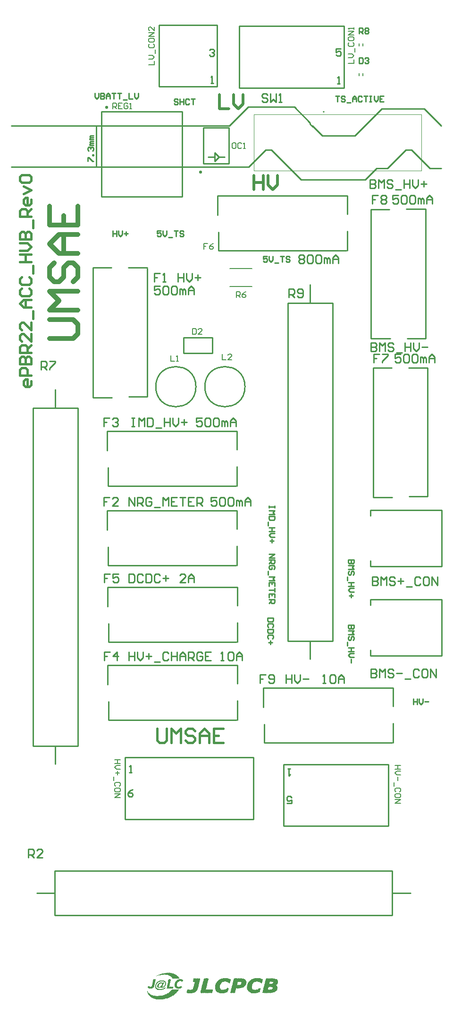
<source format=gto>
G04*
G04 #@! TF.GenerationSoftware,Altium Limited,Altium Designer,22.3.1 (43)*
G04*
G04 Layer_Color=65535*
%FSLAX24Y24*%
%MOIN*%
G70*
G04*
G04 #@! TF.SameCoordinates,61A4D5B3-3B2A-409B-9F35-3F3BF520A47B*
G04*
G04*
G04 #@! TF.FilePolarity,Positive*
G04*
G01*
G75*
%ADD10C,0.0079*%
%ADD11C,0.0100*%
%ADD12C,0.0039*%
%ADD13C,0.0340*%
%ADD14C,0.0150*%
%ADD15C,0.0200*%
%ADD16C,0.0080*%
G36*
X15475Y16579D02*
X15486D01*
Y16568D01*
X15496D01*
Y16579D01*
X15507D01*
Y16568D01*
X15517D01*
Y16579D01*
X15528D01*
Y16568D01*
X15580D01*
Y16558D01*
X15591D01*
Y16547D01*
X15601D01*
Y16558D01*
X15591D01*
Y16568D01*
X15601D01*
Y16558D01*
X15612D01*
Y16547D01*
X15622D01*
Y16558D01*
X15633D01*
Y16547D01*
X15664D01*
Y16537D01*
X15675D01*
Y16547D01*
X15685D01*
Y16537D01*
X15696D01*
Y16526D01*
X15728D01*
Y16515D01*
X15738D01*
Y16526D01*
X15749D01*
Y16515D01*
X15759D01*
Y16505D01*
X15791D01*
Y16494D01*
X15801D01*
Y16484D01*
X15812D01*
Y16494D01*
X15801D01*
Y16505D01*
X15812D01*
Y16494D01*
X15822D01*
Y16484D01*
X15833D01*
Y16473D01*
X15843D01*
Y16463D01*
X15854D01*
Y16473D01*
X15864D01*
Y16463D01*
X15875D01*
Y16452D01*
X15885D01*
Y16442D01*
X15917D01*
Y16431D01*
X15927D01*
Y16421D01*
X15959D01*
Y16410D01*
X15949D01*
Y16400D01*
X15980D01*
Y16389D01*
X15991D01*
Y16379D01*
X16001D01*
Y16368D01*
X16012D01*
Y16358D01*
X16022D01*
Y16347D01*
X16033D01*
Y16337D01*
X16064D01*
Y16326D01*
X16054D01*
Y16316D01*
X16085D01*
Y16305D01*
X16075D01*
Y16294D01*
X16085D01*
Y16284D01*
X16096D01*
Y16273D01*
X16106D01*
Y16263D01*
X16117D01*
Y16252D01*
X16127D01*
Y16242D01*
X16138D01*
Y16231D01*
X16148D01*
Y16221D01*
X16159D01*
Y16210D01*
X16170D01*
Y16200D01*
X16159D01*
Y16189D01*
X16170D01*
Y16179D01*
X16138D01*
Y16168D01*
X16127D01*
Y16179D01*
X16054D01*
Y16168D01*
X16043D01*
Y16179D01*
X15970D01*
Y16168D01*
X15959D01*
Y16179D01*
X15885D01*
Y16168D01*
X15875D01*
Y16179D01*
X15801D01*
Y16168D01*
X15791D01*
Y16179D01*
X15717D01*
Y16168D01*
X15706D01*
Y16179D01*
X15654D01*
Y16189D01*
X15664D01*
Y16200D01*
X15654D01*
Y16210D01*
X15643D01*
Y16221D01*
X15633D01*
Y16231D01*
X15622D01*
Y16242D01*
X15612D01*
Y16252D01*
Y16263D01*
X15591D01*
Y16273D01*
Y16284D01*
X15570D01*
Y16294D01*
X15559D01*
Y16305D01*
X15549D01*
Y16316D01*
X15538D01*
Y16326D01*
X15528D01*
Y16337D01*
X15517D01*
Y16347D01*
X15486D01*
Y16358D01*
X15475D01*
Y16368D01*
X15443D01*
Y16379D01*
X15433D01*
Y16389D01*
X15401D01*
Y16400D01*
X15370D01*
Y16410D01*
X15338D01*
Y16421D01*
X15328D01*
Y16410D01*
X15317D01*
Y16421D01*
X15307D01*
Y16431D01*
X15296D01*
Y16421D01*
X15286D01*
Y16431D01*
X15233D01*
Y16442D01*
X15222D01*
Y16431D01*
X15212D01*
Y16442D01*
X15201D01*
Y16431D01*
X15191D01*
Y16442D01*
X15159D01*
Y16452D01*
X15149D01*
Y16442D01*
X15138D01*
Y16452D01*
X15128D01*
Y16442D01*
X15117D01*
Y16452D01*
X15107D01*
Y16442D01*
X15096D01*
Y16452D01*
X15086D01*
Y16442D01*
X15075D01*
Y16452D01*
X15065D01*
Y16442D01*
X14991D01*
Y16431D01*
X14980D01*
Y16442D01*
X14970D01*
Y16431D01*
X14959D01*
Y16442D01*
X14949D01*
Y16431D01*
X14875D01*
Y16421D01*
X14844D01*
Y16410D01*
X14833D01*
Y16421D01*
X14823D01*
Y16410D01*
X14770D01*
Y16400D01*
X14738D01*
Y16389D01*
X14728D01*
Y16400D01*
X14717D01*
Y16389D01*
X14686D01*
Y16379D01*
X14675D01*
Y16389D01*
X14665D01*
Y16379D01*
X14675D01*
Y16368D01*
X14665D01*
Y16379D01*
X14654D01*
Y16368D01*
X14602D01*
Y16358D01*
X14591D01*
Y16347D01*
X14581D01*
Y16358D01*
X14570D01*
Y16347D01*
X14538D01*
Y16337D01*
X14549D01*
Y16326D01*
X14538D01*
Y16337D01*
X14507D01*
Y16347D01*
X14517D01*
Y16358D01*
X14549D01*
Y16368D01*
X14560D01*
Y16379D01*
X14591D01*
Y16389D01*
X14602D01*
Y16400D01*
X14633D01*
Y16410D01*
X14623D01*
Y16421D01*
X14633D01*
Y16410D01*
X14644D01*
Y16421D01*
X14654D01*
Y16410D01*
X14665D01*
Y16421D01*
X14696D01*
Y16431D01*
X14707D01*
Y16442D01*
X14738D01*
Y16452D01*
X14749D01*
Y16463D01*
X14780D01*
Y16473D01*
X14791D01*
Y16463D01*
X14802D01*
Y16473D01*
X14812D01*
Y16484D01*
X14844D01*
Y16494D01*
X14854D01*
Y16484D01*
X14865D01*
Y16494D01*
X14875D01*
Y16505D01*
X14928D01*
Y16515D01*
X14938D01*
Y16526D01*
X14949D01*
Y16515D01*
X14959D01*
Y16526D01*
X15012D01*
Y16537D01*
X15044D01*
Y16547D01*
X15096D01*
Y16558D01*
X15107D01*
Y16547D01*
X15117D01*
Y16558D01*
X15128D01*
Y16547D01*
X15138D01*
Y16558D01*
X15128D01*
Y16568D01*
X15138D01*
Y16558D01*
X15149D01*
Y16568D01*
X15222D01*
Y16579D01*
X15233D01*
Y16568D01*
X15243D01*
Y16579D01*
X15254D01*
Y16568D01*
X15265D01*
Y16579D01*
X15275D01*
Y16568D01*
X15286D01*
Y16579D01*
X15296D01*
Y16589D01*
X15307D01*
Y16579D01*
X15317D01*
Y16568D01*
X15328D01*
Y16579D01*
X15317D01*
Y16589D01*
X15328D01*
Y16579D01*
X15338D01*
Y16589D01*
X15349D01*
Y16579D01*
X15359D01*
Y16568D01*
X15370D01*
Y16579D01*
X15359D01*
Y16589D01*
X15370D01*
Y16579D01*
X15380D01*
Y16589D01*
X15391D01*
Y16579D01*
X15401D01*
Y16568D01*
X15412D01*
Y16579D01*
X15401D01*
Y16589D01*
X15412D01*
Y16579D01*
X15422D01*
Y16589D01*
X15433D01*
Y16579D01*
X15443D01*
Y16568D01*
X15454D01*
Y16579D01*
X15464D01*
Y16568D01*
X15475D01*
Y16579D01*
X15464D01*
Y16589D01*
X15475D01*
Y16579D01*
D02*
G37*
G36*
X14465Y16326D02*
X14475D01*
Y16316D01*
X14465D01*
Y16326D01*
X14454D01*
Y16337D01*
X14465D01*
Y16326D01*
D02*
G37*
G36*
X21705Y16200D02*
X21757D01*
Y16189D01*
X21768D01*
Y16200D01*
X21778D01*
Y16189D01*
X21789D01*
Y16200D01*
X21799D01*
Y16189D01*
X21852D01*
Y16179D01*
X21862D01*
Y16168D01*
X21873D01*
Y16179D01*
X21862D01*
Y16189D01*
X21873D01*
Y16179D01*
X21883D01*
Y16168D01*
X21894D01*
Y16179D01*
X21905D01*
Y16168D01*
X21936D01*
Y16158D01*
X21947D01*
Y16168D01*
X21957D01*
Y16158D01*
X21968D01*
Y16147D01*
X21999D01*
Y16137D01*
X22010D01*
Y16126D01*
X22041D01*
Y16116D01*
X22052D01*
Y16105D01*
X22062D01*
Y16095D01*
X22052D01*
Y16084D01*
X22062D01*
Y16073D01*
X22052D01*
Y16063D01*
X22041D01*
Y16052D01*
X22031D01*
Y16042D01*
X22041D01*
Y16031D01*
X22031D01*
Y16021D01*
X22041D01*
Y16010D01*
X22031D01*
Y16000D01*
X22041D01*
Y15989D01*
X22031D01*
Y15979D01*
X22020D01*
Y15968D01*
Y15958D01*
Y15947D01*
X22010D01*
Y15937D01*
X22020D01*
Y15926D01*
X22010D01*
Y15916D01*
Y15905D01*
Y15895D01*
X21999D01*
Y15884D01*
X21989D01*
Y15874D01*
X21999D01*
Y15863D01*
X21989D01*
Y15853D01*
X21999D01*
Y15842D01*
X21989D01*
Y15831D01*
X21978D01*
Y15842D01*
X21968D01*
Y15831D01*
X21978D01*
Y15821D01*
X21968D01*
Y15831D01*
X21957D01*
Y15842D01*
X21947D01*
Y15831D01*
X21957D01*
Y15821D01*
X21947D01*
Y15831D01*
X21936D01*
Y15842D01*
X21926D01*
Y15831D01*
X21915D01*
Y15842D01*
X21905D01*
Y15853D01*
X21894D01*
Y15863D01*
X21883D01*
Y15874D01*
X21873D01*
Y15884D01*
X21862D01*
Y15895D01*
X21852D01*
Y15905D01*
X21820D01*
Y15916D01*
X21810D01*
Y15926D01*
X21799D01*
Y15937D01*
X21789D01*
Y15926D01*
X21778D01*
Y15937D01*
X21768D01*
Y15947D01*
X21757D01*
Y15937D01*
X21747D01*
Y15947D01*
X21736D01*
Y15958D01*
X21726D01*
Y15947D01*
X21715D01*
Y15958D01*
X21705D01*
Y15968D01*
X21694D01*
Y15958D01*
X21705D01*
Y15947D01*
X21694D01*
Y15958D01*
X21684D01*
Y15968D01*
X21673D01*
Y15958D01*
X21662D01*
Y15968D01*
X21652D01*
Y15958D01*
X21641D01*
Y15968D01*
X21631D01*
Y15958D01*
X21620D01*
Y15968D01*
X21610D01*
Y15958D01*
X21599D01*
Y15968D01*
X21589D01*
Y15958D01*
X21578D01*
Y15968D01*
X21568D01*
Y15958D01*
X21578D01*
Y15947D01*
X21568D01*
Y15958D01*
X21557D01*
Y15947D01*
X21505D01*
Y15937D01*
X21494D01*
Y15926D01*
X21463D01*
Y15916D01*
X21452D01*
Y15926D01*
X21442D01*
Y15916D01*
X21452D01*
Y15905D01*
X21420D01*
Y15895D01*
X21431D01*
Y15884D01*
X21399D01*
Y15874D01*
X21410D01*
Y15863D01*
X21378D01*
Y15853D01*
X21389D01*
Y15842D01*
X21357D01*
Y15831D01*
X21368D01*
Y15821D01*
X21357D01*
Y15810D01*
X21347D01*
Y15800D01*
X21336D01*
Y15789D01*
Y15779D01*
Y15768D01*
X21326D01*
Y15758D01*
X21315D01*
Y15747D01*
X21326D01*
Y15737D01*
X21315D01*
Y15726D01*
X21305D01*
Y15716D01*
X21294D01*
Y15705D01*
X21305D01*
Y15695D01*
X21294D01*
Y15684D01*
X21305D01*
Y15674D01*
X21294D01*
Y15663D01*
X21305D01*
Y15653D01*
X21294D01*
Y15642D01*
X21284D01*
Y15632D01*
X21294D01*
Y15621D01*
X21284D01*
Y15610D01*
X21294D01*
Y15600D01*
X21284D01*
Y15589D01*
X21273D01*
Y15579D01*
X21284D01*
Y15568D01*
X21294D01*
Y15558D01*
X21284D01*
Y15547D01*
Y15537D01*
Y15526D01*
X21294D01*
Y15516D01*
X21284D01*
Y15505D01*
X21294D01*
Y15495D01*
X21305D01*
Y15484D01*
X21294D01*
Y15474D01*
X21305D01*
Y15463D01*
X21315D01*
Y15453D01*
X21326D01*
Y15442D01*
X21315D01*
Y15432D01*
X21326D01*
Y15421D01*
X21336D01*
Y15411D01*
X21368D01*
Y15400D01*
X21378D01*
Y15390D01*
X21410D01*
Y15379D01*
X21420D01*
Y15390D01*
X21431D01*
Y15379D01*
X21442D01*
Y15368D01*
X21452D01*
Y15379D01*
X21442D01*
Y15390D01*
X21452D01*
Y15379D01*
X21463D01*
Y15368D01*
X21473D01*
Y15379D01*
X21463D01*
Y15390D01*
X21473D01*
Y15379D01*
X21484D01*
Y15368D01*
X21494D01*
Y15379D01*
X21505D01*
Y15368D01*
X21515D01*
Y15379D01*
X21505D01*
Y15390D01*
X21515D01*
Y15379D01*
X21526D01*
Y15368D01*
X21536D01*
Y15379D01*
X21547D01*
Y15390D01*
X21557D01*
Y15379D01*
X21568D01*
Y15390D01*
X21578D01*
Y15379D01*
X21589D01*
Y15390D01*
X21620D01*
Y15400D01*
X21610D01*
Y15411D01*
X21620D01*
Y15400D01*
X21631D01*
Y15390D01*
X21641D01*
Y15400D01*
X21631D01*
Y15411D01*
X21641D01*
Y15400D01*
X21652D01*
Y15411D01*
X21684D01*
Y15421D01*
X21694D01*
Y15411D01*
X21705D01*
Y15421D01*
X21694D01*
Y15432D01*
X21705D01*
Y15421D01*
X21715D01*
Y15432D01*
X21726D01*
Y15442D01*
X21736D01*
Y15453D01*
X21768D01*
Y15463D01*
X21778D01*
Y15474D01*
X21789D01*
Y15484D01*
X21799D01*
Y15474D01*
X21810D01*
Y15484D01*
X21799D01*
Y15495D01*
X21810D01*
Y15484D01*
X21820D01*
Y15495D01*
X21831D01*
Y15505D01*
X21841D01*
Y15495D01*
X21852D01*
Y15505D01*
X21841D01*
Y15516D01*
X21852D01*
Y15505D01*
X21862D01*
Y15495D01*
X21894D01*
Y15484D01*
X21883D01*
Y15474D01*
X21894D01*
Y15463D01*
Y15453D01*
Y15442D01*
X21883D01*
Y15432D01*
X21894D01*
Y15421D01*
X21883D01*
Y15411D01*
Y15400D01*
Y15390D01*
X21873D01*
Y15379D01*
X21862D01*
Y15368D01*
X21873D01*
Y15358D01*
X21862D01*
Y15347D01*
X21873D01*
Y15337D01*
X21862D01*
Y15326D01*
X21873D01*
Y15316D01*
X21862D01*
Y15326D01*
X21852D01*
Y15316D01*
X21862D01*
Y15305D01*
X21852D01*
Y15295D01*
X21841D01*
Y15284D01*
X21852D01*
Y15274D01*
X21841D01*
Y15263D01*
X21852D01*
Y15253D01*
X21841D01*
Y15242D01*
Y15232D01*
Y15221D01*
X21831D01*
Y15232D01*
X21820D01*
Y15221D01*
X21810D01*
Y15211D01*
X21778D01*
Y15200D01*
X21768D01*
Y15190D01*
X21715D01*
Y15179D01*
X21705D01*
Y15169D01*
X21652D01*
Y15158D01*
X21641D01*
Y15169D01*
X21631D01*
Y15158D01*
X21641D01*
Y15147D01*
X21631D01*
Y15158D01*
X21620D01*
Y15169D01*
X21610D01*
Y15158D01*
X21620D01*
Y15147D01*
X21610D01*
Y15158D01*
X21599D01*
Y15147D01*
X21568D01*
Y15137D01*
X21557D01*
Y15147D01*
X21547D01*
Y15137D01*
X21536D01*
Y15147D01*
X21526D01*
Y15137D01*
X21515D01*
Y15147D01*
X21505D01*
Y15137D01*
X21515D01*
Y15126D01*
X21505D01*
Y15137D01*
X21473D01*
Y15147D01*
X21463D01*
Y15137D01*
X21473D01*
Y15126D01*
X21463D01*
Y15137D01*
X21452D01*
Y15126D01*
X21442D01*
Y15137D01*
X21431D01*
Y15126D01*
X21420D01*
Y15137D01*
X21410D01*
Y15126D01*
X21399D01*
Y15137D01*
X21389D01*
Y15147D01*
X21378D01*
Y15137D01*
X21389D01*
Y15126D01*
X21378D01*
Y15137D01*
X21368D01*
Y15126D01*
X21357D01*
Y15137D01*
X21347D01*
Y15147D01*
X21336D01*
Y15137D01*
X21347D01*
Y15126D01*
X21336D01*
Y15137D01*
X21326D01*
Y15147D01*
X21315D01*
Y15137D01*
X21305D01*
Y15147D01*
X21294D01*
Y15137D01*
X21284D01*
Y15147D01*
X21252D01*
Y15158D01*
X21242D01*
Y15169D01*
X21231D01*
Y15158D01*
X21242D01*
Y15147D01*
X21231D01*
Y15158D01*
X21221D01*
Y15169D01*
X21168D01*
Y15179D01*
X21157D01*
Y15190D01*
X21126D01*
Y15200D01*
X21115D01*
Y15211D01*
X21105D01*
Y15221D01*
X21094D01*
Y15232D01*
X21084D01*
Y15221D01*
X21094D01*
Y15211D01*
X21084D01*
Y15221D01*
X21073D01*
Y15232D01*
X21063D01*
Y15242D01*
X21052D01*
Y15253D01*
X21042D01*
Y15263D01*
X21031D01*
Y15274D01*
X21021D01*
Y15284D01*
X21010D01*
Y15295D01*
X21000D01*
Y15305D01*
X21010D01*
Y15316D01*
X20989D01*
Y15326D01*
Y15337D01*
X20979D01*
Y15347D01*
Y15358D01*
Y15368D01*
X20968D01*
Y15379D01*
X20957D01*
Y15390D01*
X20968D01*
Y15400D01*
X20957D01*
Y15411D01*
Y15421D01*
Y15432D01*
X20947D01*
Y15442D01*
X20936D01*
Y15453D01*
X20947D01*
Y15463D01*
X20936D01*
Y15474D01*
X20947D01*
Y15484D01*
X20936D01*
Y15495D01*
X20947D01*
Y15505D01*
X20936D01*
Y15516D01*
X20947D01*
Y15526D01*
X20936D01*
Y15537D01*
X20947D01*
Y15547D01*
X20936D01*
Y15558D01*
X20947D01*
Y15568D01*
X20936D01*
Y15579D01*
X20947D01*
Y15589D01*
X20936D01*
Y15600D01*
X20947D01*
Y15610D01*
X20936D01*
Y15621D01*
X20947D01*
Y15632D01*
X20936D01*
Y15642D01*
X20947D01*
Y15653D01*
X20936D01*
Y15663D01*
X20947D01*
Y15674D01*
X20957D01*
Y15684D01*
X20947D01*
Y15695D01*
X20957D01*
Y15705D01*
X20968D01*
Y15716D01*
X20957D01*
Y15726D01*
X20968D01*
Y15737D01*
X20957D01*
Y15747D01*
X20968D01*
Y15758D01*
X20979D01*
Y15768D01*
Y15779D01*
Y15789D01*
X20989D01*
Y15800D01*
Y15810D01*
Y15821D01*
X21000D01*
Y15831D01*
X21010D01*
Y15842D01*
X21000D01*
Y15853D01*
X21021D01*
Y15863D01*
Y15874D01*
X21031D01*
Y15884D01*
X21042D01*
Y15895D01*
X21052D01*
Y15905D01*
X21042D01*
Y15916D01*
X21052D01*
Y15926D01*
X21063D01*
Y15916D01*
X21073D01*
Y15926D01*
X21063D01*
Y15937D01*
X21073D01*
Y15947D01*
X21063D01*
Y15958D01*
X21073D01*
Y15947D01*
X21084D01*
Y15958D01*
X21094D01*
Y15968D01*
X21105D01*
Y15979D01*
X21115D01*
Y15989D01*
X21105D01*
Y16000D01*
X21136D01*
Y16010D01*
X21126D01*
Y16021D01*
X21157D01*
Y16031D01*
X21147D01*
Y16042D01*
X21157D01*
Y16031D01*
X21168D01*
Y16042D01*
X21178D01*
Y16052D01*
X21189D01*
Y16063D01*
X21199D01*
Y16073D01*
X21210D01*
Y16084D01*
X21242D01*
Y16095D01*
X21252D01*
Y16105D01*
X21263D01*
Y16116D01*
X21273D01*
Y16105D01*
X21284D01*
Y16116D01*
X21273D01*
Y16126D01*
X21284D01*
Y16116D01*
X21294D01*
Y16126D01*
X21305D01*
Y16137D01*
X21315D01*
Y16126D01*
X21326D01*
Y16137D01*
X21336D01*
Y16147D01*
X21368D01*
Y16158D01*
X21357D01*
Y16168D01*
X21368D01*
Y16158D01*
X21378D01*
Y16168D01*
X21389D01*
Y16158D01*
X21399D01*
Y16168D01*
X21431D01*
Y16179D01*
X21442D01*
Y16168D01*
X21452D01*
Y16179D01*
X21463D01*
Y16189D01*
X21515D01*
Y16200D01*
X21526D01*
Y16189D01*
X21536D01*
Y16200D01*
X21547D01*
Y16189D01*
X21557D01*
Y16200D01*
X21568D01*
Y16210D01*
X21578D01*
Y16200D01*
X21589D01*
Y16210D01*
X21599D01*
Y16200D01*
X21610D01*
Y16210D01*
X21620D01*
Y16200D01*
X21631D01*
Y16210D01*
X21641D01*
Y16200D01*
X21652D01*
Y16210D01*
X21662D01*
Y16200D01*
X21673D01*
Y16210D01*
X21684D01*
Y16200D01*
X21694D01*
Y16210D01*
X21705D01*
Y16200D01*
D02*
G37*
G36*
X19474D02*
X19505D01*
Y16189D01*
X19516D01*
Y16200D01*
X19526D01*
Y16189D01*
X19600D01*
Y16179D01*
X19611D01*
Y16189D01*
X19621D01*
Y16179D01*
X19632D01*
Y16168D01*
X19663D01*
Y16158D01*
X19674D01*
Y16168D01*
X19684D01*
Y16158D01*
X19695D01*
Y16147D01*
X19705D01*
Y16158D01*
X19695D01*
Y16168D01*
X19705D01*
Y16158D01*
X19716D01*
Y16147D01*
X19726D01*
Y16137D01*
X19737D01*
Y16147D01*
X19747D01*
Y16137D01*
X19758D01*
Y16126D01*
X19789D01*
Y16116D01*
X19800D01*
Y16105D01*
Y16095D01*
Y16084D01*
X19789D01*
Y16073D01*
X19779D01*
Y16063D01*
X19789D01*
Y16052D01*
X19779D01*
Y16042D01*
X19789D01*
Y16031D01*
X19779D01*
Y16021D01*
Y16010D01*
Y16000D01*
X19768D01*
Y16010D01*
X19758D01*
Y16000D01*
X19768D01*
Y15989D01*
Y15979D01*
Y15968D01*
X19758D01*
Y15958D01*
X19768D01*
Y15947D01*
X19758D01*
Y15937D01*
Y15926D01*
X19747D01*
Y15916D01*
Y15905D01*
X19737D01*
Y15895D01*
X19747D01*
Y15884D01*
X19737D01*
Y15874D01*
Y15863D01*
Y15853D01*
X19726D01*
Y15842D01*
X19716D01*
Y15831D01*
X19726D01*
Y15821D01*
X19716D01*
Y15831D01*
X19705D01*
Y15842D01*
X19695D01*
Y15831D01*
X19705D01*
Y15821D01*
X19695D01*
Y15831D01*
X19684D01*
Y15842D01*
X19674D01*
Y15831D01*
X19684D01*
Y15821D01*
X19674D01*
Y15831D01*
X19663D01*
Y15842D01*
X19653D01*
Y15853D01*
X19642D01*
Y15863D01*
X19632D01*
Y15874D01*
X19621D01*
Y15884D01*
X19589D01*
Y15895D01*
X19579D01*
Y15905D01*
X19568D01*
Y15916D01*
X19558D01*
Y15926D01*
X19526D01*
Y15937D01*
X19516D01*
Y15947D01*
X19505D01*
Y15937D01*
X19495D01*
Y15947D01*
X19463D01*
Y15958D01*
X19453D01*
Y15947D01*
X19442D01*
Y15958D01*
X19432D01*
Y15968D01*
X19421D01*
Y15958D01*
X19411D01*
Y15968D01*
X19400D01*
Y15958D01*
X19390D01*
Y15968D01*
X19379D01*
Y15958D01*
X19368D01*
Y15968D01*
X19358D01*
Y15958D01*
X19347D01*
Y15968D01*
X19337D01*
Y15958D01*
X19326D01*
Y15968D01*
X19316D01*
Y15958D01*
X19305D01*
Y15968D01*
X19295D01*
Y15958D01*
X19305D01*
Y15947D01*
X19295D01*
Y15958D01*
X19284D01*
Y15947D01*
X19253D01*
Y15937D01*
X19242D01*
Y15947D01*
X19232D01*
Y15937D01*
X19242D01*
Y15926D01*
X19232D01*
Y15937D01*
X19221D01*
Y15926D01*
X19211D01*
Y15916D01*
X19200D01*
Y15905D01*
X19169D01*
Y15895D01*
X19158D01*
Y15884D01*
X19148D01*
Y15874D01*
X19137D01*
Y15863D01*
X19126D01*
Y15853D01*
X19116D01*
Y15842D01*
X19105D01*
Y15831D01*
X19116D01*
Y15821D01*
X19105D01*
Y15810D01*
X19095D01*
Y15800D01*
X19084D01*
Y15789D01*
X19074D01*
Y15779D01*
X19063D01*
Y15768D01*
X19074D01*
Y15758D01*
X19063D01*
Y15747D01*
X19053D01*
Y15737D01*
Y15726D01*
Y15716D01*
X19042D01*
Y15705D01*
X19053D01*
Y15695D01*
X19042D01*
Y15684D01*
X19032D01*
Y15674D01*
Y15663D01*
Y15653D01*
X19021D01*
Y15642D01*
X19032D01*
Y15632D01*
X19021D01*
Y15621D01*
X19032D01*
Y15610D01*
X19021D01*
Y15600D01*
X19032D01*
Y15589D01*
X19021D01*
Y15579D01*
X19032D01*
Y15568D01*
X19021D01*
Y15558D01*
X19032D01*
Y15547D01*
X19021D01*
Y15537D01*
X19032D01*
Y15526D01*
X19021D01*
Y15516D01*
X19032D01*
Y15505D01*
Y15495D01*
Y15484D01*
X19042D01*
Y15474D01*
X19053D01*
Y15463D01*
X19042D01*
Y15453D01*
X19053D01*
Y15442D01*
X19063D01*
Y15432D01*
X19074D01*
Y15421D01*
X19084D01*
Y15411D01*
X19095D01*
Y15400D01*
X19105D01*
Y15390D01*
X19116D01*
Y15400D01*
X19105D01*
Y15411D01*
X19116D01*
Y15400D01*
X19126D01*
Y15390D01*
X19137D01*
Y15379D01*
X19148D01*
Y15390D01*
X19158D01*
Y15379D01*
X19169D01*
Y15368D01*
X19179D01*
Y15379D01*
X19169D01*
Y15390D01*
X19179D01*
Y15379D01*
X19190D01*
Y15368D01*
X19200D01*
Y15379D01*
X19190D01*
Y15390D01*
X19200D01*
Y15379D01*
X19211D01*
Y15368D01*
X19221D01*
Y15379D01*
X19232D01*
Y15368D01*
X19242D01*
Y15379D01*
X19232D01*
Y15390D01*
X19242D01*
Y15379D01*
X19253D01*
Y15368D01*
X19263D01*
Y15379D01*
X19274D01*
Y15368D01*
X19284D01*
Y15379D01*
X19274D01*
Y15390D01*
X19284D01*
Y15379D01*
X19295D01*
Y15368D01*
X19305D01*
Y15379D01*
X19295D01*
Y15390D01*
X19305D01*
Y15379D01*
X19316D01*
Y15390D01*
X19347D01*
Y15400D01*
X19358D01*
Y15390D01*
X19368D01*
Y15400D01*
X19379D01*
Y15411D01*
X19390D01*
Y15400D01*
X19400D01*
Y15411D01*
X19432D01*
Y15421D01*
X19442D01*
Y15432D01*
X19474D01*
Y15442D01*
X19484D01*
Y15453D01*
X19516D01*
Y15463D01*
X19526D01*
Y15474D01*
X19537D01*
Y15484D01*
X19547D01*
Y15495D01*
X19579D01*
Y15505D01*
X19568D01*
Y15516D01*
X19579D01*
Y15505D01*
X19589D01*
Y15495D01*
X19600D01*
Y15505D01*
X19611D01*
Y15495D01*
X19621D01*
Y15484D01*
X19632D01*
Y15474D01*
X19642D01*
Y15463D01*
X19632D01*
Y15453D01*
X19642D01*
Y15442D01*
X19632D01*
Y15432D01*
Y15421D01*
Y15411D01*
X19621D01*
Y15400D01*
X19611D01*
Y15390D01*
X19621D01*
Y15379D01*
X19611D01*
Y15368D01*
X19621D01*
Y15358D01*
X19611D01*
Y15347D01*
X19600D01*
Y15337D01*
X19589D01*
Y15326D01*
X19600D01*
Y15316D01*
X19589D01*
Y15305D01*
X19600D01*
Y15295D01*
X19589D01*
Y15284D01*
X19600D01*
Y15274D01*
X19589D01*
Y15263D01*
X19579D01*
Y15253D01*
X19568D01*
Y15242D01*
X19579D01*
Y15232D01*
X19568D01*
Y15221D01*
X19558D01*
Y15211D01*
X19526D01*
Y15200D01*
X19516D01*
Y15211D01*
X19505D01*
Y15200D01*
X19495D01*
Y15190D01*
X19463D01*
Y15179D01*
X19453D01*
Y15190D01*
X19442D01*
Y15179D01*
X19453D01*
Y15169D01*
X19442D01*
Y15179D01*
X19432D01*
Y15169D01*
X19400D01*
Y15158D01*
X19390D01*
Y15169D01*
X19379D01*
Y15158D01*
X19390D01*
Y15147D01*
X19379D01*
Y15158D01*
X19368D01*
Y15147D01*
X19358D01*
Y15158D01*
X19347D01*
Y15147D01*
X19316D01*
Y15137D01*
X19305D01*
Y15147D01*
X19295D01*
Y15137D01*
X19284D01*
Y15147D01*
X19274D01*
Y15137D01*
X19284D01*
Y15126D01*
X19274D01*
Y15137D01*
X19263D01*
Y15147D01*
X19253D01*
Y15137D01*
X19242D01*
Y15147D01*
X19232D01*
Y15137D01*
X19242D01*
Y15126D01*
X19232D01*
Y15137D01*
X19221D01*
Y15126D01*
X19211D01*
Y15137D01*
X19200D01*
Y15126D01*
X19190D01*
Y15137D01*
X19179D01*
Y15126D01*
X19169D01*
Y15137D01*
X19158D01*
Y15126D01*
X19148D01*
Y15137D01*
X19137D01*
Y15126D01*
X19126D01*
Y15137D01*
X19116D01*
Y15147D01*
X19105D01*
Y15137D01*
X19116D01*
Y15126D01*
X19105D01*
Y15137D01*
X19095D01*
Y15147D01*
X19084D01*
Y15137D01*
X19074D01*
Y15147D01*
X19063D01*
Y15137D01*
X19074D01*
Y15126D01*
X19063D01*
Y15137D01*
X19053D01*
Y15147D01*
X19000D01*
Y15158D01*
X18990D01*
Y15147D01*
X18979D01*
Y15158D01*
X18969D01*
Y15169D01*
X18958D01*
Y15158D01*
X18969D01*
Y15147D01*
X18958D01*
Y15158D01*
X18948D01*
Y15169D01*
X18916D01*
Y15179D01*
X18905D01*
Y15190D01*
X18895D01*
Y15179D01*
X18884D01*
Y15190D01*
X18874D01*
Y15200D01*
X18863D01*
Y15211D01*
X18832D01*
Y15221D01*
X18821D01*
Y15232D01*
X18811D01*
Y15242D01*
X18800D01*
Y15253D01*
X18790D01*
Y15263D01*
X18779D01*
Y15274D01*
X18769D01*
Y15284D01*
X18758D01*
Y15295D01*
X18748D01*
Y15305D01*
X18737D01*
Y15316D01*
X18727D01*
Y15326D01*
X18737D01*
Y15337D01*
X18727D01*
Y15347D01*
X18716D01*
Y15358D01*
X18706D01*
Y15368D01*
X18716D01*
Y15379D01*
X18706D01*
Y15390D01*
X18695D01*
Y15400D01*
Y15411D01*
Y15421D01*
X18685D01*
Y15432D01*
X18695D01*
Y15442D01*
X18685D01*
Y15453D01*
X18695D01*
Y15463D01*
X18685D01*
Y15474D01*
X18674D01*
Y15484D01*
X18663D01*
Y15495D01*
X18674D01*
Y15484D01*
X18685D01*
Y15495D01*
Y15505D01*
Y15516D01*
X18674D01*
Y15526D01*
X18685D01*
Y15537D01*
X18674D01*
Y15547D01*
X18685D01*
Y15558D01*
X18674D01*
Y15568D01*
X18663D01*
Y15579D01*
X18674D01*
Y15568D01*
X18685D01*
Y15579D01*
Y15589D01*
Y15600D01*
X18674D01*
Y15610D01*
X18685D01*
Y15600D01*
X18695D01*
Y15610D01*
X18685D01*
Y15621D01*
X18695D01*
Y15632D01*
X18685D01*
Y15642D01*
X18695D01*
Y15653D01*
X18685D01*
Y15663D01*
X18695D01*
Y15674D01*
X18685D01*
Y15684D01*
X18695D01*
Y15695D01*
Y15705D01*
Y15716D01*
X18706D01*
Y15705D01*
X18716D01*
Y15716D01*
X18706D01*
Y15726D01*
Y15737D01*
Y15747D01*
X18716D01*
Y15758D01*
Y15768D01*
Y15779D01*
X18727D01*
Y15789D01*
Y15800D01*
Y15810D01*
X18737D01*
Y15821D01*
X18748D01*
Y15831D01*
X18758D01*
Y15842D01*
X18748D01*
Y15853D01*
X18758D01*
Y15863D01*
X18769D01*
Y15874D01*
X18779D01*
Y15884D01*
X18769D01*
Y15895D01*
X18779D01*
Y15905D01*
X18790D01*
Y15916D01*
X18800D01*
Y15926D01*
X18811D01*
Y15937D01*
X18821D01*
Y15947D01*
X18811D01*
Y15958D01*
X18842D01*
Y15968D01*
X18832D01*
Y15979D01*
X18842D01*
Y15989D01*
X18853D01*
Y16000D01*
X18863D01*
Y16010D01*
X18874D01*
Y16000D01*
X18884D01*
Y16010D01*
X18874D01*
Y16021D01*
X18884D01*
Y16031D01*
X18895D01*
Y16021D01*
X18905D01*
Y16031D01*
X18895D01*
Y16042D01*
X18927D01*
Y16052D01*
X18937D01*
Y16063D01*
X18948D01*
Y16073D01*
X18958D01*
Y16084D01*
X18979D01*
Y16095D01*
Y16105D01*
X19011D01*
Y16116D01*
X19021D01*
Y16105D01*
X19032D01*
Y16116D01*
X19021D01*
Y16126D01*
X19053D01*
Y16137D01*
X19063D01*
Y16147D01*
X19074D01*
Y16137D01*
X19084D01*
Y16147D01*
X19095D01*
Y16158D01*
X19105D01*
Y16147D01*
X19116D01*
Y16158D01*
X19126D01*
Y16168D01*
X19158D01*
Y16179D01*
X19169D01*
Y16168D01*
X19179D01*
Y16179D01*
X19190D01*
Y16189D01*
X19200D01*
Y16179D01*
X19211D01*
Y16189D01*
X19263D01*
Y16200D01*
X19274D01*
Y16189D01*
X19284D01*
Y16200D01*
X19337D01*
Y16210D01*
X19347D01*
Y16200D01*
X19358D01*
Y16210D01*
X19368D01*
Y16200D01*
X19379D01*
Y16210D01*
X19390D01*
Y16200D01*
X19400D01*
Y16210D01*
X19411D01*
Y16200D01*
X19421D01*
Y16210D01*
X19432D01*
Y16200D01*
X19442D01*
Y16210D01*
X19453D01*
Y16200D01*
X19463D01*
Y16210D01*
X19474D01*
Y16200D01*
D02*
G37*
G36*
X22820Y16179D02*
X22831D01*
Y16168D01*
X22841D01*
Y16179D01*
X22852D01*
Y16168D01*
X22862D01*
Y16179D01*
X22873D01*
Y16168D01*
X22904D01*
Y16158D01*
X22915D01*
Y16168D01*
X22925D01*
Y16158D01*
X22936D01*
Y16147D01*
X22946D01*
Y16158D01*
X22957D01*
Y16147D01*
X22967D01*
Y16137D01*
X22978D01*
Y16147D01*
X22988D01*
Y16137D01*
X22999D01*
Y16126D01*
X23030D01*
Y16116D01*
X23041D01*
Y16105D01*
X23052D01*
Y16095D01*
X23062D01*
Y16084D01*
X23073D01*
Y16073D01*
X23083D01*
Y16063D01*
X23094D01*
Y16052D01*
X23083D01*
Y16042D01*
X23115D01*
Y16031D01*
X23104D01*
Y16021D01*
X23115D01*
Y16010D01*
Y16000D01*
Y15989D01*
X23125D01*
Y15979D01*
Y15968D01*
Y15958D01*
X23136D01*
Y15947D01*
X23125D01*
Y15937D01*
X23136D01*
Y15926D01*
X23125D01*
Y15916D01*
X23136D01*
Y15905D01*
X23125D01*
Y15895D01*
Y15884D01*
Y15874D01*
X23115D01*
Y15863D01*
Y15853D01*
Y15842D01*
X23104D01*
Y15831D01*
X23115D01*
Y15821D01*
X23104D01*
Y15810D01*
X23094D01*
Y15800D01*
X23083D01*
Y15789D01*
X23094D01*
Y15779D01*
X23083D01*
Y15789D01*
X23073D01*
Y15779D01*
X23062D01*
Y15768D01*
X23052D01*
Y15758D01*
X23041D01*
Y15747D01*
X23030D01*
Y15737D01*
X23020D01*
Y15726D01*
X23009D01*
Y15716D01*
X22978D01*
Y15705D01*
X22967D01*
Y15716D01*
X22957D01*
Y15705D01*
X22967D01*
Y15695D01*
X22978D01*
Y15684D01*
X23009D01*
Y15674D01*
X22999D01*
Y15663D01*
X23030D01*
Y15653D01*
X23041D01*
Y15642D01*
X23052D01*
Y15632D01*
X23041D01*
Y15621D01*
X23062D01*
Y15610D01*
Y15600D01*
X23073D01*
Y15589D01*
Y15579D01*
Y15568D01*
X23083D01*
Y15558D01*
Y15547D01*
Y15537D01*
X23094D01*
Y15526D01*
X23083D01*
Y15516D01*
X23094D01*
Y15505D01*
X23083D01*
Y15495D01*
X23094D01*
Y15484D01*
X23083D01*
Y15474D01*
X23094D01*
Y15463D01*
X23083D01*
Y15453D01*
X23094D01*
Y15442D01*
X23083D01*
Y15432D01*
X23073D01*
Y15421D01*
X23062D01*
Y15411D01*
X23073D01*
Y15400D01*
X23062D01*
Y15390D01*
X23073D01*
Y15379D01*
X23052D01*
Y15368D01*
Y15358D01*
X23041D01*
Y15347D01*
X23030D01*
Y15337D01*
X23020D01*
Y15326D01*
X23030D01*
Y15316D01*
X23020D01*
Y15305D01*
X23009D01*
Y15295D01*
X22999D01*
Y15284D01*
X22988D01*
Y15274D01*
X22957D01*
Y15263D01*
X22946D01*
Y15253D01*
X22936D01*
Y15242D01*
X22925D01*
Y15232D01*
X22894D01*
Y15221D01*
X22883D01*
Y15211D01*
X22852D01*
Y15200D01*
X22841D01*
Y15211D01*
X22831D01*
Y15200D01*
X22841D01*
Y15190D01*
X22831D01*
Y15200D01*
X22820D01*
Y15190D01*
X22788D01*
Y15179D01*
X22778D01*
Y15190D01*
X22767D01*
Y15179D01*
X22757D01*
Y15169D01*
X22746D01*
Y15179D01*
X22736D01*
Y15169D01*
X22725D01*
Y15179D01*
X22715D01*
Y15169D01*
X22683D01*
Y15158D01*
X22673D01*
Y15169D01*
X22662D01*
Y15158D01*
X22652D01*
Y15169D01*
X22641D01*
Y15158D01*
X22631D01*
Y15169D01*
X22620D01*
Y15158D01*
X22631D01*
Y15147D01*
X22620D01*
Y15158D01*
X22610D01*
Y15169D01*
X22599D01*
Y15158D01*
X22610D01*
Y15147D01*
X22599D01*
Y15158D01*
X22589D01*
Y15169D01*
X22578D01*
Y15158D01*
X22589D01*
Y15147D01*
X22578D01*
Y15158D01*
X22567D01*
Y15169D01*
X22557D01*
Y15158D01*
X22567D01*
Y15147D01*
X22557D01*
Y15158D01*
X22546D01*
Y15169D01*
X22536D01*
Y15158D01*
X22546D01*
Y15147D01*
X22536D01*
Y15158D01*
X22525D01*
Y15147D01*
X22515D01*
Y15158D01*
X22504D01*
Y15169D01*
X22494D01*
Y15158D01*
X22504D01*
Y15147D01*
X22494D01*
Y15158D01*
X22483D01*
Y15147D01*
X22473D01*
Y15158D01*
X22462D01*
Y15169D01*
X22452D01*
Y15158D01*
X22462D01*
Y15147D01*
X22452D01*
Y15158D01*
X22441D01*
Y15147D01*
X22431D01*
Y15158D01*
X22420D01*
Y15169D01*
X22410D01*
Y15158D01*
X22420D01*
Y15147D01*
X22410D01*
Y15158D01*
X22399D01*
Y15147D01*
X22389D01*
Y15158D01*
X22378D01*
Y15169D01*
X22368D01*
Y15158D01*
X22378D01*
Y15147D01*
X22368D01*
Y15158D01*
X22357D01*
Y15147D01*
X22346D01*
Y15158D01*
X22336D01*
Y15169D01*
X22325D01*
Y15158D01*
X22336D01*
Y15147D01*
X22325D01*
Y15158D01*
X22315D01*
Y15147D01*
X22304D01*
Y15158D01*
X22294D01*
Y15169D01*
X22283D01*
Y15158D01*
X22294D01*
Y15147D01*
X22283D01*
Y15158D01*
X22273D01*
Y15147D01*
X22262D01*
Y15158D01*
X22252D01*
Y15169D01*
X22241D01*
Y15158D01*
X22252D01*
Y15147D01*
X22241D01*
Y15158D01*
X22231D01*
Y15147D01*
X22220D01*
Y15158D01*
X22210D01*
Y15169D01*
X22199D01*
Y15158D01*
X22210D01*
Y15147D01*
X22199D01*
Y15158D01*
X22189D01*
Y15147D01*
X22178D01*
Y15158D01*
X22168D01*
Y15169D01*
X22157D01*
Y15158D01*
X22168D01*
Y15147D01*
X22157D01*
Y15158D01*
X22147D01*
Y15147D01*
X22136D01*
Y15158D01*
X22126D01*
Y15169D01*
X22115D01*
Y15158D01*
X22126D01*
Y15147D01*
X22115D01*
Y15158D01*
X22104D01*
Y15147D01*
X22094D01*
Y15158D01*
X22083D01*
Y15169D01*
X22073D01*
Y15158D01*
X22083D01*
Y15147D01*
X22073D01*
Y15158D01*
X22062D01*
Y15147D01*
X22052D01*
Y15158D01*
X22041D01*
Y15169D01*
X22031D01*
Y15179D01*
X22020D01*
Y15190D01*
X22031D01*
Y15200D01*
X22020D01*
Y15211D01*
X22031D01*
Y15221D01*
Y15232D01*
Y15242D01*
X22041D01*
Y15253D01*
Y15263D01*
Y15274D01*
X22052D01*
Y15284D01*
Y15295D01*
Y15305D01*
X22062D01*
Y15316D01*
X22052D01*
Y15326D01*
X22062D01*
Y15337D01*
X22052D01*
Y15347D01*
X22062D01*
Y15358D01*
X22073D01*
Y15368D01*
X22062D01*
Y15379D01*
X22073D01*
Y15368D01*
X22083D01*
Y15379D01*
X22073D01*
Y15390D01*
X22083D01*
Y15400D01*
X22073D01*
Y15411D01*
X22083D01*
Y15421D01*
X22073D01*
Y15432D01*
X22083D01*
Y15442D01*
X22094D01*
Y15453D01*
Y15463D01*
Y15474D01*
X22104D01*
Y15484D01*
X22094D01*
Y15495D01*
X22104D01*
Y15505D01*
X22094D01*
Y15516D01*
X22104D01*
Y15526D01*
X22115D01*
Y15537D01*
X22126D01*
Y15547D01*
X22115D01*
Y15558D01*
X22126D01*
Y15568D01*
X22115D01*
Y15579D01*
X22126D01*
Y15589D01*
Y15600D01*
Y15610D01*
X22136D01*
Y15621D01*
Y15632D01*
Y15642D01*
X22147D01*
Y15653D01*
X22136D01*
Y15663D01*
X22147D01*
Y15674D01*
Y15684D01*
Y15695D01*
X22157D01*
Y15705D01*
X22168D01*
Y15716D01*
X22157D01*
Y15726D01*
X22168D01*
Y15737D01*
X22157D01*
Y15747D01*
X22168D01*
Y15758D01*
X22178D01*
Y15768D01*
X22168D01*
Y15779D01*
X22178D01*
Y15789D01*
X22189D01*
Y15800D01*
X22178D01*
Y15810D01*
X22189D01*
Y15821D01*
X22178D01*
Y15831D01*
X22189D01*
Y15842D01*
Y15853D01*
Y15863D01*
X22199D01*
Y15874D01*
X22210D01*
Y15884D01*
X22199D01*
Y15895D01*
X22210D01*
Y15905D01*
X22199D01*
Y15916D01*
X22210D01*
Y15926D01*
X22220D01*
Y15937D01*
X22210D01*
Y15947D01*
X22220D01*
Y15958D01*
X22231D01*
Y15968D01*
X22220D01*
Y15979D01*
X22231D01*
Y15989D01*
X22220D01*
Y16000D01*
X22231D01*
Y16010D01*
Y16021D01*
X22241D01*
Y16031D01*
Y16042D01*
X22252D01*
Y16052D01*
X22241D01*
Y16063D01*
X22252D01*
Y16073D01*
X22241D01*
Y16084D01*
X22252D01*
Y16095D01*
X22262D01*
Y16105D01*
Y16116D01*
Y16126D01*
X22273D01*
Y16137D01*
X22262D01*
Y16147D01*
X22273D01*
Y16158D01*
Y16168D01*
Y16179D01*
X22283D01*
Y16189D01*
X22294D01*
Y16179D01*
X22304D01*
Y16189D01*
X22315D01*
Y16179D01*
X22325D01*
Y16189D01*
X22336D01*
Y16179D01*
X22346D01*
Y16189D01*
X22378D01*
Y16179D01*
X22389D01*
Y16189D01*
X22399D01*
Y16179D01*
X22410D01*
Y16189D01*
X22420D01*
Y16179D01*
X22431D01*
Y16189D01*
X22462D01*
Y16179D01*
X22473D01*
Y16189D01*
X22483D01*
Y16179D01*
X22494D01*
Y16189D01*
X22504D01*
Y16179D01*
X22515D01*
Y16189D01*
X22546D01*
Y16179D01*
X22557D01*
Y16189D01*
X22567D01*
Y16179D01*
X22578D01*
Y16189D01*
X22589D01*
Y16179D01*
X22599D01*
Y16189D01*
X22631D01*
Y16179D01*
X22641D01*
Y16189D01*
X22652D01*
Y16179D01*
X22662D01*
Y16189D01*
X22673D01*
Y16179D01*
X22683D01*
Y16189D01*
X22715D01*
Y16179D01*
X22725D01*
Y16189D01*
X22736D01*
Y16179D01*
X22746D01*
Y16189D01*
X22757D01*
Y16179D01*
X22767D01*
Y16189D01*
X22778D01*
Y16179D01*
X22788D01*
Y16189D01*
X22799D01*
Y16179D01*
X22810D01*
Y16189D01*
X22820D01*
Y16179D01*
D02*
G37*
G36*
X18190D02*
X18200D01*
Y16168D01*
X18221D01*
Y16158D01*
Y16147D01*
X18232D01*
Y16137D01*
X18221D01*
Y16126D01*
Y16116D01*
Y16105D01*
X18211D01*
Y16095D01*
X18200D01*
Y16084D01*
X18211D01*
Y16073D01*
X18200D01*
Y16063D01*
Y16052D01*
Y16042D01*
X18190D01*
Y16031D01*
X18179D01*
Y16021D01*
X18190D01*
Y16010D01*
X18179D01*
Y16000D01*
X18190D01*
Y15989D01*
X18179D01*
Y15979D01*
Y15968D01*
Y15958D01*
X18169D01*
Y15947D01*
Y15937D01*
Y15926D01*
X18158D01*
Y15916D01*
X18169D01*
Y15905D01*
X18158D01*
Y15895D01*
Y15884D01*
Y15874D01*
X18148D01*
Y15863D01*
X18137D01*
Y15853D01*
X18148D01*
Y15842D01*
X18137D01*
Y15831D01*
X18148D01*
Y15821D01*
X18137D01*
Y15810D01*
X18148D01*
Y15800D01*
X18137D01*
Y15810D01*
X18127D01*
Y15800D01*
Y15789D01*
Y15779D01*
Y15768D01*
Y15758D01*
X18116D01*
Y15747D01*
X18127D01*
Y15737D01*
X18116D01*
Y15726D01*
Y15716D01*
Y15705D01*
X18106D01*
Y15695D01*
X18095D01*
Y15684D01*
X18106D01*
Y15674D01*
X18095D01*
Y15663D01*
X18106D01*
Y15653D01*
X18095D01*
Y15642D01*
X18085D01*
Y15632D01*
X18095D01*
Y15621D01*
X18085D01*
Y15632D01*
X18074D01*
Y15621D01*
X18085D01*
Y15610D01*
X18074D01*
Y15600D01*
X18085D01*
Y15589D01*
X18074D01*
Y15579D01*
X18085D01*
Y15568D01*
X18074D01*
Y15558D01*
Y15547D01*
Y15537D01*
X18064D01*
Y15526D01*
X18053D01*
Y15516D01*
X18064D01*
Y15505D01*
X18053D01*
Y15495D01*
Y15484D01*
Y15474D01*
X18043D01*
Y15463D01*
Y15453D01*
Y15442D01*
X18032D01*
Y15432D01*
X18043D01*
Y15421D01*
X18032D01*
Y15411D01*
X18043D01*
Y15400D01*
X18053D01*
Y15390D01*
X18064D01*
Y15400D01*
X18074D01*
Y15390D01*
X18085D01*
Y15400D01*
X18074D01*
Y15411D01*
X18085D01*
Y15400D01*
X18095D01*
Y15390D01*
X18106D01*
Y15400D01*
X18116D01*
Y15390D01*
X18127D01*
Y15400D01*
X18116D01*
Y15411D01*
X18127D01*
Y15400D01*
X18137D01*
Y15390D01*
X18148D01*
Y15400D01*
X18158D01*
Y15390D01*
X18169D01*
Y15400D01*
X18158D01*
Y15411D01*
X18169D01*
Y15400D01*
X18179D01*
Y15390D01*
X18190D01*
Y15400D01*
X18200D01*
Y15390D01*
X18211D01*
Y15400D01*
X18200D01*
Y15411D01*
X18211D01*
Y15400D01*
X18221D01*
Y15390D01*
X18232D01*
Y15400D01*
X18243D01*
Y15390D01*
X18253D01*
Y15400D01*
X18243D01*
Y15411D01*
X18253D01*
Y15400D01*
X18264D01*
Y15390D01*
X18274D01*
Y15400D01*
X18285D01*
Y15390D01*
X18295D01*
Y15400D01*
X18285D01*
Y15411D01*
X18295D01*
Y15400D01*
X18306D01*
Y15390D01*
X18316D01*
Y15400D01*
X18327D01*
Y15390D01*
X18337D01*
Y15400D01*
X18327D01*
Y15411D01*
X18337D01*
Y15400D01*
X18348D01*
Y15390D01*
X18358D01*
Y15400D01*
X18369D01*
Y15390D01*
X18379D01*
Y15400D01*
X18369D01*
Y15411D01*
X18379D01*
Y15400D01*
X18390D01*
Y15390D01*
X18400D01*
Y15400D01*
X18411D01*
Y15390D01*
X18421D01*
Y15400D01*
X18411D01*
Y15411D01*
X18421D01*
Y15400D01*
X18432D01*
Y15390D01*
X18442D01*
Y15400D01*
X18453D01*
Y15390D01*
X18464D01*
Y15400D01*
X18453D01*
Y15411D01*
X18464D01*
Y15400D01*
X18474D01*
Y15390D01*
X18485D01*
Y15400D01*
X18495D01*
Y15390D01*
X18506D01*
Y15379D01*
X18516D01*
Y15368D01*
X18527D01*
Y15358D01*
X18516D01*
Y15347D01*
X18527D01*
Y15337D01*
X18516D01*
Y15326D01*
Y15316D01*
Y15305D01*
X18506D01*
Y15295D01*
Y15284D01*
Y15274D01*
X18495D01*
Y15263D01*
X18506D01*
Y15253D01*
X18495D01*
Y15242D01*
X18506D01*
Y15232D01*
X18495D01*
Y15221D01*
X18485D01*
Y15211D01*
Y15200D01*
Y15190D01*
X18474D01*
Y15179D01*
X18485D01*
Y15169D01*
X18474D01*
Y15158D01*
X18464D01*
Y15169D01*
X18453D01*
Y15158D01*
X18464D01*
Y15147D01*
X18453D01*
Y15158D01*
X18442D01*
Y15147D01*
X18432D01*
Y15158D01*
X18421D01*
Y15169D01*
X18411D01*
Y15158D01*
X18421D01*
Y15147D01*
X18411D01*
Y15158D01*
X18400D01*
Y15147D01*
X18390D01*
Y15158D01*
X18379D01*
Y15169D01*
X18369D01*
Y15158D01*
X18379D01*
Y15147D01*
X18369D01*
Y15158D01*
X18358D01*
Y15147D01*
X18348D01*
Y15158D01*
X18337D01*
Y15169D01*
X18327D01*
Y15158D01*
X18337D01*
Y15147D01*
X18327D01*
Y15158D01*
X18316D01*
Y15147D01*
X18306D01*
Y15158D01*
X18295D01*
Y15169D01*
X18285D01*
Y15158D01*
X18295D01*
Y15147D01*
X18285D01*
Y15158D01*
X18274D01*
Y15147D01*
X18264D01*
Y15158D01*
X18253D01*
Y15169D01*
X18243D01*
Y15158D01*
X18253D01*
Y15147D01*
X18243D01*
Y15158D01*
X18232D01*
Y15147D01*
X18221D01*
Y15158D01*
X18211D01*
Y15169D01*
X18200D01*
Y15158D01*
X18211D01*
Y15147D01*
X18200D01*
Y15158D01*
X18190D01*
Y15147D01*
X18179D01*
Y15158D01*
X18169D01*
Y15169D01*
X18158D01*
Y15158D01*
X18169D01*
Y15147D01*
X18158D01*
Y15158D01*
X18148D01*
Y15147D01*
X18137D01*
Y15158D01*
X18127D01*
Y15169D01*
X18116D01*
Y15158D01*
X18127D01*
Y15147D01*
X18116D01*
Y15158D01*
X18106D01*
Y15147D01*
X18095D01*
Y15158D01*
X18085D01*
Y15169D01*
X18074D01*
Y15158D01*
X18085D01*
Y15147D01*
X18074D01*
Y15158D01*
X18064D01*
Y15147D01*
X18053D01*
Y15158D01*
X18043D01*
Y15169D01*
X18032D01*
Y15158D01*
X18043D01*
Y15147D01*
X18032D01*
Y15158D01*
X18022D01*
Y15147D01*
X18011D01*
Y15158D01*
X18001D01*
Y15169D01*
X17990D01*
Y15158D01*
X18001D01*
Y15147D01*
X17990D01*
Y15158D01*
X17979D01*
Y15147D01*
X17969D01*
Y15158D01*
X17958D01*
Y15169D01*
X17948D01*
Y15158D01*
X17958D01*
Y15147D01*
X17948D01*
Y15158D01*
X17937D01*
Y15147D01*
X17927D01*
Y15158D01*
X17916D01*
Y15169D01*
X17906D01*
Y15158D01*
X17916D01*
Y15147D01*
X17906D01*
Y15158D01*
X17895D01*
Y15147D01*
X17885D01*
Y15158D01*
X17874D01*
Y15169D01*
X17864D01*
Y15158D01*
X17874D01*
Y15147D01*
X17864D01*
Y15158D01*
X17853D01*
Y15147D01*
X17843D01*
Y15158D01*
X17832D01*
Y15169D01*
X17822D01*
Y15158D01*
X17832D01*
Y15147D01*
X17822D01*
Y15158D01*
X17811D01*
Y15147D01*
X17801D01*
Y15158D01*
X17790D01*
Y15169D01*
X17780D01*
Y15158D01*
X17790D01*
Y15147D01*
X17780D01*
Y15158D01*
X17769D01*
Y15147D01*
X17758D01*
Y15158D01*
X17748D01*
Y15169D01*
X17737D01*
Y15158D01*
X17748D01*
Y15147D01*
X17737D01*
Y15158D01*
X17727D01*
Y15147D01*
X17716D01*
Y15158D01*
X17706D01*
Y15169D01*
X17695D01*
Y15158D01*
X17706D01*
Y15147D01*
X17695D01*
Y15158D01*
X17685D01*
Y15147D01*
X17674D01*
Y15158D01*
X17664D01*
Y15169D01*
X17653D01*
Y15179D01*
X17643D01*
Y15190D01*
X17632D01*
Y15200D01*
X17643D01*
Y15211D01*
X17653D01*
Y15221D01*
X17643D01*
Y15232D01*
X17653D01*
Y15242D01*
X17664D01*
Y15253D01*
X17653D01*
Y15263D01*
X17664D01*
Y15274D01*
X17653D01*
Y15284D01*
X17664D01*
Y15295D01*
X17674D01*
Y15305D01*
X17664D01*
Y15316D01*
X17674D01*
Y15326D01*
X17685D01*
Y15337D01*
X17674D01*
Y15347D01*
X17685D01*
Y15358D01*
X17674D01*
Y15368D01*
X17685D01*
Y15379D01*
Y15390D01*
X17695D01*
Y15400D01*
Y15411D01*
X17706D01*
Y15421D01*
X17695D01*
Y15432D01*
X17706D01*
Y15442D01*
X17695D01*
Y15453D01*
X17706D01*
Y15463D01*
X17716D01*
Y15474D01*
Y15484D01*
Y15495D01*
X17727D01*
Y15505D01*
X17716D01*
Y15516D01*
X17727D01*
Y15526D01*
Y15537D01*
Y15547D01*
X17737D01*
Y15558D01*
Y15568D01*
Y15579D01*
X17748D01*
Y15589D01*
X17737D01*
Y15600D01*
X17748D01*
Y15610D01*
X17737D01*
Y15621D01*
X17748D01*
Y15632D01*
X17758D01*
Y15642D01*
X17769D01*
Y15653D01*
X17758D01*
Y15663D01*
X17769D01*
Y15674D01*
X17758D01*
Y15684D01*
X17769D01*
Y15695D01*
X17780D01*
Y15705D01*
X17769D01*
Y15716D01*
X17780D01*
Y15726D01*
Y15737D01*
Y15747D01*
X17790D01*
Y15758D01*
X17780D01*
Y15768D01*
X17790D01*
Y15779D01*
X17780D01*
Y15789D01*
X17790D01*
Y15800D01*
X17801D01*
Y15810D01*
X17811D01*
Y15821D01*
X17801D01*
Y15831D01*
X17811D01*
Y15842D01*
X17801D01*
Y15853D01*
X17811D01*
Y15863D01*
Y15874D01*
Y15884D01*
X17822D01*
Y15895D01*
Y15905D01*
Y15916D01*
X17832D01*
Y15926D01*
Y15937D01*
Y15947D01*
Y15958D01*
X17843D01*
Y15968D01*
Y15979D01*
X17853D01*
Y15989D01*
X17843D01*
Y16000D01*
X17853D01*
Y16010D01*
X17843D01*
Y16021D01*
X17853D01*
Y16031D01*
X17864D01*
Y16042D01*
X17853D01*
Y16052D01*
X17864D01*
Y16042D01*
X17874D01*
Y16052D01*
X17864D01*
Y16063D01*
X17874D01*
Y16073D01*
X17864D01*
Y16084D01*
X17874D01*
Y16095D01*
X17864D01*
Y16105D01*
X17874D01*
Y16116D01*
X17864D01*
Y16126D01*
X17874D01*
Y16116D01*
X17885D01*
Y16126D01*
Y16137D01*
Y16147D01*
X17895D01*
Y16158D01*
X17885D01*
Y16168D01*
X17895D01*
Y16179D01*
X17885D01*
Y16189D01*
X17895D01*
Y16179D01*
X17906D01*
Y16189D01*
X17916D01*
Y16179D01*
X17927D01*
Y16189D01*
X17937D01*
Y16179D01*
X17948D01*
Y16189D01*
X17958D01*
Y16179D01*
X17969D01*
Y16189D01*
X18001D01*
Y16179D01*
X18011D01*
Y16189D01*
X18022D01*
Y16179D01*
X18032D01*
Y16189D01*
X18043D01*
Y16179D01*
X18053D01*
Y16189D01*
X18085D01*
Y16179D01*
X18095D01*
Y16189D01*
X18106D01*
Y16179D01*
X18116D01*
Y16189D01*
X18127D01*
Y16179D01*
X18137D01*
Y16189D01*
X18169D01*
Y16179D01*
X18179D01*
Y16189D01*
X18190D01*
Y16179D01*
D02*
G37*
G36*
X17601D02*
X17611D01*
Y16168D01*
X17643D01*
Y16158D01*
X17632D01*
Y16147D01*
X17643D01*
Y16137D01*
X17632D01*
Y16126D01*
Y16116D01*
Y16105D01*
X17622D01*
Y16095D01*
X17611D01*
Y16084D01*
X17622D01*
Y16073D01*
X17611D01*
Y16063D01*
X17622D01*
Y16052D01*
X17611D01*
Y16042D01*
X17622D01*
Y16031D01*
X17611D01*
Y16021D01*
X17601D01*
Y16010D01*
Y16000D01*
Y15989D01*
X17590D01*
Y15979D01*
X17601D01*
Y15968D01*
X17590D01*
Y15958D01*
Y15947D01*
Y15937D01*
X17580D01*
Y15926D01*
X17569D01*
Y15916D01*
X17580D01*
Y15905D01*
X17569D01*
Y15895D01*
X17580D01*
Y15884D01*
X17569D01*
Y15874D01*
X17580D01*
Y15863D01*
X17569D01*
Y15853D01*
X17559D01*
Y15842D01*
X17548D01*
Y15831D01*
X17559D01*
Y15821D01*
X17548D01*
Y15810D01*
X17559D01*
Y15800D01*
X17548D01*
Y15789D01*
Y15779D01*
Y15768D01*
X17537D01*
Y15758D01*
X17527D01*
Y15747D01*
X17537D01*
Y15737D01*
X17527D01*
Y15726D01*
X17537D01*
Y15716D01*
X17527D01*
Y15705D01*
X17537D01*
Y15695D01*
X17527D01*
Y15705D01*
X17516D01*
Y15695D01*
X17527D01*
Y15684D01*
X17516D01*
Y15674D01*
X17506D01*
Y15663D01*
X17516D01*
Y15653D01*
X17506D01*
Y15642D01*
X17516D01*
Y15632D01*
X17506D01*
Y15621D01*
Y15610D01*
Y15600D01*
X17495D01*
Y15589D01*
X17485D01*
Y15579D01*
X17495D01*
Y15568D01*
X17485D01*
Y15558D01*
Y15547D01*
Y15537D01*
X17474D01*
Y15526D01*
Y15516D01*
Y15505D01*
X17464D01*
Y15495D01*
X17474D01*
Y15484D01*
X17464D01*
Y15474D01*
X17474D01*
Y15463D01*
X17464D01*
Y15453D01*
X17453D01*
Y15442D01*
X17443D01*
Y15432D01*
X17453D01*
Y15421D01*
X17443D01*
Y15411D01*
X17453D01*
Y15400D01*
X17443D01*
Y15411D01*
X17432D01*
Y15400D01*
Y15390D01*
Y15379D01*
X17422D01*
Y15368D01*
Y15358D01*
X17411D01*
Y15347D01*
Y15337D01*
X17401D01*
Y15326D01*
X17390D01*
Y15316D01*
X17380D01*
Y15305D01*
X17369D01*
Y15295D01*
X17359D01*
Y15284D01*
X17369D01*
Y15274D01*
X17359D01*
Y15284D01*
X17348D01*
Y15274D01*
X17338D01*
Y15263D01*
X17348D01*
Y15253D01*
X17338D01*
Y15263D01*
X17327D01*
Y15253D01*
X17317D01*
Y15242D01*
X17327D01*
Y15232D01*
X17317D01*
Y15242D01*
X17306D01*
Y15232D01*
X17295D01*
Y15221D01*
X17285D01*
Y15211D01*
X17253D01*
Y15200D01*
X17243D01*
Y15190D01*
X17211D01*
Y15179D01*
X17201D01*
Y15169D01*
X17190D01*
Y15179D01*
X17180D01*
Y15169D01*
X17148D01*
Y15158D01*
X17138D01*
Y15169D01*
X17127D01*
Y15158D01*
X17117D01*
Y15169D01*
X17106D01*
Y15158D01*
X17117D01*
Y15147D01*
X17106D01*
Y15158D01*
X17096D01*
Y15147D01*
X17043D01*
Y15137D01*
X17032D01*
Y15147D01*
X17022D01*
Y15137D01*
X17011D01*
Y15147D01*
X17001D01*
Y15137D01*
X16990D01*
Y15147D01*
X16980D01*
Y15137D01*
X16969D01*
Y15147D01*
X16959D01*
Y15137D01*
X16969D01*
Y15126D01*
X16959D01*
Y15137D01*
X16948D01*
Y15147D01*
X16938D01*
Y15137D01*
X16927D01*
Y15147D01*
X16917D01*
Y15137D01*
X16927D01*
Y15126D01*
X16917D01*
Y15137D01*
X16906D01*
Y15147D01*
X16896D01*
Y15137D01*
X16885D01*
Y15147D01*
X16875D01*
Y15137D01*
X16864D01*
Y15147D01*
X16854D01*
Y15137D01*
X16843D01*
Y15147D01*
X16832D01*
Y15137D01*
X16822D01*
Y15147D01*
X16727D01*
Y15158D01*
X16717D01*
Y15147D01*
X16706D01*
Y15158D01*
X16696D01*
Y15169D01*
X16685D01*
Y15158D01*
X16696D01*
Y15147D01*
X16685D01*
Y15158D01*
X16675D01*
Y15169D01*
X16664D01*
Y15179D01*
X16675D01*
Y15190D01*
X16664D01*
Y15200D01*
X16675D01*
Y15211D01*
X16664D01*
Y15221D01*
X16675D01*
Y15232D01*
X16664D01*
Y15242D01*
X16675D01*
Y15253D01*
Y15263D01*
X16685D01*
Y15274D01*
Y15284D01*
X16696D01*
Y15295D01*
X16685D01*
Y15305D01*
X16696D01*
Y15316D01*
X16685D01*
Y15326D01*
X16696D01*
Y15337D01*
X16706D01*
Y15347D01*
Y15358D01*
Y15368D01*
X16717D01*
Y15379D01*
X16706D01*
Y15390D01*
X16717D01*
Y15400D01*
Y15411D01*
X16801D01*
Y15400D01*
X16811D01*
Y15390D01*
X16822D01*
Y15400D01*
X16811D01*
Y15411D01*
X16822D01*
Y15400D01*
X16832D01*
Y15390D01*
X16864D01*
Y15379D01*
X16875D01*
Y15390D01*
X16885D01*
Y15379D01*
X16896D01*
Y15368D01*
X16906D01*
Y15379D01*
X16896D01*
Y15390D01*
X16906D01*
Y15379D01*
X16917D01*
Y15390D01*
X16927D01*
Y15379D01*
X16938D01*
Y15368D01*
X16948D01*
Y15379D01*
X16938D01*
Y15390D01*
X16948D01*
Y15379D01*
X16959D01*
Y15390D01*
X16969D01*
Y15379D01*
X16980D01*
Y15390D01*
X16990D01*
Y15379D01*
X17001D01*
Y15390D01*
X17032D01*
Y15400D01*
X17022D01*
Y15411D01*
X17032D01*
Y15400D01*
X17043D01*
Y15411D01*
X17074D01*
Y15421D01*
X17085D01*
Y15432D01*
X17096D01*
Y15442D01*
X17106D01*
Y15453D01*
X17117D01*
Y15463D01*
X17106D01*
Y15474D01*
X17117D01*
Y15484D01*
X17127D01*
Y15495D01*
X17138D01*
Y15505D01*
X17127D01*
Y15516D01*
X17138D01*
Y15526D01*
Y15537D01*
X17148D01*
Y15547D01*
Y15558D01*
X17159D01*
Y15568D01*
X17148D01*
Y15579D01*
X17159D01*
Y15589D01*
Y15600D01*
Y15610D01*
X17169D01*
Y15621D01*
Y15632D01*
Y15642D01*
X17180D01*
Y15653D01*
X17169D01*
Y15663D01*
X17180D01*
Y15674D01*
Y15684D01*
Y15695D01*
X17190D01*
Y15705D01*
X17201D01*
Y15716D01*
X17190D01*
Y15726D01*
X17201D01*
Y15737D01*
X17190D01*
Y15747D01*
X17201D01*
Y15758D01*
X17211D01*
Y15768D01*
X17201D01*
Y15779D01*
X17211D01*
Y15789D01*
X17222D01*
Y15800D01*
X17211D01*
Y15810D01*
X17222D01*
Y15821D01*
X17211D01*
Y15831D01*
X17222D01*
Y15842D01*
Y15853D01*
Y15863D01*
X17232D01*
Y15874D01*
X17243D01*
Y15884D01*
X17232D01*
Y15895D01*
X17243D01*
Y15905D01*
X17232D01*
Y15916D01*
X17243D01*
Y15926D01*
X17253D01*
Y15937D01*
X17243D01*
Y15947D01*
X17232D01*
Y15958D01*
X17222D01*
Y15947D01*
X17190D01*
Y15958D01*
X17180D01*
Y15947D01*
X17169D01*
Y15958D01*
X17159D01*
Y15947D01*
X17148D01*
Y15958D01*
X17138D01*
Y15947D01*
X17127D01*
Y15958D01*
X17117D01*
Y15968D01*
X17106D01*
Y15979D01*
X17117D01*
Y15989D01*
X17106D01*
Y16000D01*
X17117D01*
Y16010D01*
X17127D01*
Y16021D01*
X17117D01*
Y16031D01*
X17127D01*
Y16042D01*
X17138D01*
Y16052D01*
X17127D01*
Y16063D01*
X17138D01*
Y16073D01*
X17127D01*
Y16084D01*
X17138D01*
Y16095D01*
Y16105D01*
Y16116D01*
X17148D01*
Y16126D01*
Y16137D01*
Y16147D01*
Y16158D01*
Y16168D01*
X17159D01*
Y16179D01*
X17169D01*
Y16189D01*
X17180D01*
Y16179D01*
X17190D01*
Y16189D01*
X17201D01*
Y16179D01*
X17211D01*
Y16189D01*
X17243D01*
Y16179D01*
X17253D01*
Y16189D01*
X17264D01*
Y16179D01*
X17274D01*
Y16189D01*
X17285D01*
Y16179D01*
X17295D01*
Y16189D01*
X17327D01*
Y16179D01*
X17338D01*
Y16189D01*
X17348D01*
Y16179D01*
X17359D01*
Y16189D01*
X17369D01*
Y16179D01*
X17380D01*
Y16189D01*
X17411D01*
Y16179D01*
X17422D01*
Y16189D01*
X17432D01*
Y16179D01*
X17443D01*
Y16189D01*
X17453D01*
Y16179D01*
X17464D01*
Y16189D01*
X17495D01*
Y16179D01*
X17506D01*
Y16189D01*
X17516D01*
Y16179D01*
X17527D01*
Y16189D01*
X17537D01*
Y16179D01*
X17548D01*
Y16189D01*
X17580D01*
Y16179D01*
X17590D01*
Y16189D01*
X17601D01*
Y16179D01*
D02*
G37*
G36*
X20589D02*
X20600D01*
Y16168D01*
X20673D01*
Y16158D01*
X20684D01*
Y16147D01*
X20694D01*
Y16158D01*
X20684D01*
Y16168D01*
X20694D01*
Y16158D01*
X20705D01*
Y16147D01*
X20736D01*
Y16137D01*
X20747D01*
Y16126D01*
X20779D01*
Y16116D01*
X20789D01*
Y16105D01*
X20800D01*
Y16095D01*
X20810D01*
Y16084D01*
X20821D01*
Y16073D01*
X20831D01*
Y16063D01*
X20842D01*
Y16052D01*
X20852D01*
Y16042D01*
X20863D01*
Y16031D01*
Y16021D01*
Y16010D01*
X20873D01*
Y16000D01*
X20884D01*
Y15989D01*
X20873D01*
Y15979D01*
X20884D01*
Y15968D01*
Y15958D01*
Y15947D01*
X20894D01*
Y15937D01*
Y15926D01*
Y15916D01*
X20905D01*
Y15905D01*
X20894D01*
Y15895D01*
Y15884D01*
Y15874D01*
X20905D01*
Y15863D01*
X20894D01*
Y15853D01*
Y15842D01*
Y15831D01*
X20884D01*
Y15821D01*
Y15810D01*
Y15800D01*
Y15789D01*
Y15779D01*
X20873D01*
Y15768D01*
Y15758D01*
X20852D01*
Y15747D01*
X20863D01*
Y15737D01*
X20852D01*
Y15726D01*
X20863D01*
Y15716D01*
X20852D01*
Y15705D01*
X20842D01*
Y15695D01*
X20831D01*
Y15684D01*
X20821D01*
Y15674D01*
X20810D01*
Y15663D01*
X20821D01*
Y15653D01*
X20789D01*
Y15642D01*
X20800D01*
Y15632D01*
X20768D01*
Y15621D01*
X20758D01*
Y15610D01*
X20747D01*
Y15600D01*
X20736D01*
Y15589D01*
X20726D01*
Y15579D01*
X20715D01*
Y15589D01*
X20705D01*
Y15579D01*
X20715D01*
Y15568D01*
X20684D01*
Y15558D01*
X20673D01*
Y15547D01*
X20642D01*
Y15537D01*
X20631D01*
Y15526D01*
X20579D01*
Y15516D01*
X20568D01*
Y15505D01*
X20515D01*
Y15495D01*
X20505D01*
Y15505D01*
X20494D01*
Y15495D01*
X20484D01*
Y15505D01*
X20473D01*
Y15495D01*
X20484D01*
Y15484D01*
X20473D01*
Y15495D01*
X20463D01*
Y15484D01*
X20410D01*
Y15474D01*
X20400D01*
Y15484D01*
X20389D01*
Y15474D01*
X20379D01*
Y15484D01*
X20368D01*
Y15474D01*
X20358D01*
Y15484D01*
X20347D01*
Y15474D01*
X20337D01*
Y15484D01*
X20326D01*
Y15474D01*
X20337D01*
Y15463D01*
X20326D01*
Y15474D01*
X20316D01*
Y15484D01*
X20305D01*
Y15474D01*
X20295D01*
Y15484D01*
X20284D01*
Y15474D01*
X20295D01*
Y15463D01*
X20284D01*
Y15474D01*
X20273D01*
Y15463D01*
X20263D01*
Y15474D01*
X20252D01*
Y15484D01*
X20242D01*
Y15474D01*
X20252D01*
Y15463D01*
X20242D01*
Y15474D01*
X20231D01*
Y15484D01*
X20221D01*
Y15474D01*
X20210D01*
Y15484D01*
X20200D01*
Y15474D01*
X20210D01*
Y15463D01*
X20200D01*
Y15474D01*
X20189D01*
Y15463D01*
X20179D01*
Y15474D01*
X20168D01*
Y15463D01*
X20158D01*
Y15453D01*
X20168D01*
Y15442D01*
X20158D01*
Y15432D01*
X20168D01*
Y15421D01*
X20158D01*
Y15432D01*
X20147D01*
Y15421D01*
X20158D01*
Y15411D01*
X20147D01*
Y15400D01*
X20158D01*
Y15390D01*
X20147D01*
Y15379D01*
X20137D01*
Y15368D01*
X20147D01*
Y15358D01*
X20137D01*
Y15347D01*
Y15337D01*
Y15326D01*
X20126D01*
Y15316D01*
X20116D01*
Y15305D01*
X20126D01*
Y15295D01*
X20116D01*
Y15284D01*
X20126D01*
Y15274D01*
X20116D01*
Y15263D01*
Y15253D01*
Y15242D01*
X20105D01*
Y15253D01*
X20095D01*
Y15242D01*
X20105D01*
Y15232D01*
Y15221D01*
Y15211D01*
X20095D01*
Y15200D01*
X20105D01*
Y15190D01*
X20095D01*
Y15179D01*
Y15169D01*
Y15158D01*
X20084D01*
Y15147D01*
X20074D01*
Y15158D01*
X20063D01*
Y15169D01*
X20052D01*
Y15158D01*
X20063D01*
Y15147D01*
X20052D01*
Y15158D01*
X20042D01*
Y15147D01*
X20031D01*
Y15158D01*
X20021D01*
Y15169D01*
X20010D01*
Y15158D01*
X20021D01*
Y15147D01*
X20010D01*
Y15158D01*
X20000D01*
Y15147D01*
X19989D01*
Y15158D01*
X19979D01*
Y15169D01*
X19968D01*
Y15158D01*
X19979D01*
Y15147D01*
X19968D01*
Y15158D01*
X19958D01*
Y15147D01*
X19947D01*
Y15158D01*
X19937D01*
Y15169D01*
X19926D01*
Y15158D01*
X19937D01*
Y15147D01*
X19926D01*
Y15158D01*
X19916D01*
Y15147D01*
X19905D01*
Y15158D01*
X19895D01*
Y15169D01*
X19884D01*
Y15158D01*
X19895D01*
Y15147D01*
X19884D01*
Y15158D01*
X19874D01*
Y15147D01*
X19863D01*
Y15158D01*
X19853D01*
Y15169D01*
X19842D01*
Y15158D01*
X19853D01*
Y15147D01*
X19842D01*
Y15158D01*
X19832D01*
Y15147D01*
X19821D01*
Y15158D01*
X19810D01*
Y15169D01*
X19800D01*
Y15158D01*
X19810D01*
Y15147D01*
X19800D01*
Y15158D01*
X19789D01*
Y15169D01*
X19768D01*
Y15179D01*
Y15190D01*
X19758D01*
Y15200D01*
X19768D01*
Y15211D01*
X19758D01*
Y15221D01*
X19768D01*
Y15232D01*
X19758D01*
Y15242D01*
X19779D01*
Y15253D01*
Y15263D01*
X19789D01*
Y15274D01*
X19779D01*
Y15284D01*
X19789D01*
Y15295D01*
X19779D01*
Y15305D01*
X19789D01*
Y15316D01*
X19800D01*
Y15326D01*
X19789D01*
Y15337D01*
X19800D01*
Y15347D01*
X19810D01*
Y15358D01*
X19800D01*
Y15368D01*
X19810D01*
Y15379D01*
X19800D01*
Y15390D01*
X19810D01*
Y15400D01*
X19800D01*
Y15411D01*
X19821D01*
Y15421D01*
Y15432D01*
X19832D01*
Y15442D01*
X19821D01*
Y15453D01*
X19832D01*
Y15463D01*
X19821D01*
Y15474D01*
X19832D01*
Y15484D01*
X19842D01*
Y15495D01*
X19832D01*
Y15505D01*
X19842D01*
Y15495D01*
X19853D01*
Y15505D01*
X19842D01*
Y15516D01*
X19853D01*
Y15526D01*
X19842D01*
Y15537D01*
X19853D01*
Y15547D01*
Y15558D01*
Y15568D01*
Y15579D01*
X19863D01*
Y15589D01*
Y15600D01*
X19874D01*
Y15610D01*
X19863D01*
Y15621D01*
X19874D01*
Y15632D01*
X19863D01*
Y15642D01*
X19874D01*
Y15653D01*
X19884D01*
Y15663D01*
X19895D01*
Y15674D01*
X19884D01*
Y15684D01*
X19895D01*
Y15695D01*
X19884D01*
Y15705D01*
X19895D01*
Y15716D01*
Y15726D01*
Y15737D01*
X19905D01*
Y15747D01*
Y15758D01*
Y15768D01*
X19916D01*
Y15779D01*
X19905D01*
Y15789D01*
X19916D01*
Y15800D01*
X19905D01*
Y15810D01*
X19916D01*
Y15821D01*
X19926D01*
Y15831D01*
X19937D01*
Y15842D01*
X19926D01*
Y15853D01*
X19937D01*
Y15863D01*
X19926D01*
Y15874D01*
X19937D01*
Y15884D01*
Y15895D01*
Y15905D01*
X19926D01*
Y15916D01*
X19937D01*
Y15905D01*
X19947D01*
Y15916D01*
X19958D01*
Y15926D01*
X19947D01*
Y15937D01*
X19958D01*
Y15947D01*
X19947D01*
Y15958D01*
X19958D01*
Y15968D01*
Y15979D01*
Y15989D01*
X19968D01*
Y16000D01*
X19979D01*
Y16010D01*
X19968D01*
Y16021D01*
X19979D01*
Y16031D01*
X19968D01*
Y16042D01*
X19979D01*
Y16052D01*
Y16063D01*
Y16073D01*
X19989D01*
Y16084D01*
Y16095D01*
Y16105D01*
X20000D01*
Y16116D01*
X19989D01*
Y16126D01*
X20000D01*
Y16137D01*
X20010D01*
Y16147D01*
Y16158D01*
Y16168D01*
X20021D01*
Y16179D01*
X20010D01*
Y16189D01*
X20021D01*
Y16179D01*
X20031D01*
Y16189D01*
X20042D01*
Y16179D01*
X20052D01*
Y16189D01*
X20063D01*
Y16179D01*
X20074D01*
Y16189D01*
X20105D01*
Y16179D01*
X20116D01*
Y16189D01*
X20126D01*
Y16179D01*
X20137D01*
Y16189D01*
X20147D01*
Y16179D01*
X20158D01*
Y16189D01*
X20189D01*
Y16179D01*
X20200D01*
Y16189D01*
X20210D01*
Y16179D01*
X20221D01*
Y16189D01*
X20231D01*
Y16179D01*
X20242D01*
Y16189D01*
X20273D01*
Y16179D01*
X20284D01*
Y16189D01*
X20295D01*
Y16179D01*
X20305D01*
Y16189D01*
X20316D01*
Y16179D01*
X20326D01*
Y16189D01*
X20358D01*
Y16179D01*
X20368D01*
Y16189D01*
X20379D01*
Y16179D01*
X20389D01*
Y16189D01*
X20400D01*
Y16179D01*
X20410D01*
Y16189D01*
X20442D01*
Y16179D01*
X20452D01*
Y16189D01*
X20463D01*
Y16179D01*
X20473D01*
Y16189D01*
X20484D01*
Y16179D01*
X20494D01*
Y16189D01*
X20505D01*
Y16179D01*
X20515D01*
Y16189D01*
X20526D01*
Y16179D01*
X20537D01*
Y16189D01*
X20547D01*
Y16179D01*
X20558D01*
Y16168D01*
X20568D01*
Y16179D01*
X20579D01*
Y16168D01*
X20589D01*
Y16179D01*
X20579D01*
Y16189D01*
X20589D01*
Y16179D01*
D02*
G37*
G36*
X16317Y16116D02*
X16327D01*
Y16105D01*
X16359D01*
Y16095D01*
X16369D01*
Y16084D01*
X16401D01*
Y16073D01*
X16412D01*
Y16063D01*
X16422D01*
Y16052D01*
X16433D01*
Y16042D01*
X16443D01*
Y16031D01*
X16433D01*
Y16021D01*
X16422D01*
Y16010D01*
X16412D01*
Y16000D01*
X16401D01*
Y16010D01*
X16390D01*
Y16000D01*
X16401D01*
Y15989D01*
X16390D01*
Y15979D01*
X16380D01*
Y15968D01*
X16348D01*
Y15958D01*
X16359D01*
Y15947D01*
X16327D01*
Y15937D01*
X16317D01*
Y15947D01*
X16306D01*
Y15958D01*
X16296D01*
Y15968D01*
X16285D01*
Y15979D01*
X16275D01*
Y15989D01*
X16222D01*
Y16000D01*
X16212D01*
Y15989D01*
X16159D01*
Y15979D01*
X16148D01*
Y15989D01*
X16138D01*
Y15979D01*
X16127D01*
Y15968D01*
X16096D01*
Y15958D01*
X16106D01*
Y15947D01*
X16096D01*
Y15958D01*
X16085D01*
Y15947D01*
X16075D01*
Y15937D01*
X16064D01*
Y15926D01*
X16054D01*
Y15916D01*
X16064D01*
Y15905D01*
X16054D01*
Y15916D01*
X16043D01*
Y15905D01*
X16033D01*
Y15895D01*
Y15884D01*
X16022D01*
Y15874D01*
Y15863D01*
X16012D01*
Y15853D01*
Y15842D01*
Y15831D01*
X16001D01*
Y15821D01*
X15991D01*
Y15810D01*
X16001D01*
Y15800D01*
X15991D01*
Y15789D01*
Y15779D01*
Y15768D01*
X15980D01*
Y15758D01*
X15991D01*
Y15747D01*
X15980D01*
Y15737D01*
X15991D01*
Y15726D01*
X15980D01*
Y15716D01*
X15991D01*
Y15705D01*
Y15695D01*
Y15684D01*
X16001D01*
Y15674D01*
X15991D01*
Y15663D01*
X16001D01*
Y15653D01*
Y15642D01*
X16012D01*
Y15632D01*
Y15621D01*
X16022D01*
Y15610D01*
X16033D01*
Y15600D01*
X16064D01*
Y15589D01*
X16075D01*
Y15579D01*
X16085D01*
Y15589D01*
X16075D01*
Y15600D01*
X16085D01*
Y15589D01*
X16096D01*
Y15579D01*
X16106D01*
Y15589D01*
X16117D01*
Y15579D01*
X16127D01*
Y15589D01*
X16138D01*
Y15579D01*
X16148D01*
Y15589D01*
X16159D01*
Y15579D01*
X16170D01*
Y15589D01*
X16159D01*
Y15600D01*
X16170D01*
Y15589D01*
X16180D01*
Y15600D01*
X16212D01*
Y15610D01*
X16222D01*
Y15621D01*
X16254D01*
Y15632D01*
X16264D01*
Y15642D01*
X16296D01*
Y15632D01*
X16306D01*
Y15621D01*
X16317D01*
Y15610D01*
X16306D01*
Y15600D01*
X16317D01*
Y15589D01*
X16327D01*
Y15579D01*
X16338D01*
Y15568D01*
X16348D01*
Y15558D01*
X16359D01*
Y15547D01*
X16348D01*
Y15537D01*
X16338D01*
Y15526D01*
X16306D01*
Y15516D01*
X16296D01*
Y15505D01*
X16285D01*
Y15495D01*
X16275D01*
Y15505D01*
X16264D01*
Y15495D01*
X16275D01*
Y15484D01*
X16264D01*
Y15495D01*
X16254D01*
Y15484D01*
X16243D01*
Y15474D01*
X16233D01*
Y15484D01*
X16222D01*
Y15474D01*
X16212D01*
Y15463D01*
X16201D01*
Y15474D01*
X16191D01*
Y15463D01*
X16159D01*
Y15453D01*
X16148D01*
Y15463D01*
X16138D01*
Y15453D01*
X16148D01*
Y15442D01*
X16138D01*
Y15453D01*
X16106D01*
Y15463D01*
X16096D01*
Y15453D01*
X16106D01*
Y15442D01*
X16096D01*
Y15453D01*
X16064D01*
Y15463D01*
X16054D01*
Y15453D01*
X16064D01*
Y15442D01*
X16054D01*
Y15453D01*
X16043D01*
Y15463D01*
X16033D01*
Y15453D01*
X16022D01*
Y15463D01*
X15991D01*
Y15474D01*
X15980D01*
Y15463D01*
X15970D01*
Y15474D01*
X15959D01*
Y15484D01*
X15927D01*
Y15495D01*
X15917D01*
Y15505D01*
X15906D01*
Y15516D01*
X15896D01*
Y15526D01*
X15885D01*
Y15537D01*
X15875D01*
Y15547D01*
X15864D01*
Y15558D01*
X15854D01*
Y15568D01*
X15843D01*
Y15579D01*
X15854D01*
Y15589D01*
X15822D01*
Y15600D01*
X15833D01*
Y15610D01*
X15822D01*
Y15621D01*
X15833D01*
Y15632D01*
X15822D01*
Y15642D01*
X15812D01*
Y15653D01*
X15801D01*
Y15663D01*
X15812D01*
Y15653D01*
X15822D01*
Y15663D01*
X15812D01*
Y15674D01*
X15822D01*
Y15684D01*
X15812D01*
Y15695D01*
X15801D01*
Y15705D01*
X15812D01*
Y15716D01*
Y15726D01*
Y15737D01*
X15801D01*
Y15747D01*
X15812D01*
Y15758D01*
X15822D01*
Y15768D01*
X15812D01*
Y15779D01*
X15822D01*
Y15789D01*
Y15800D01*
Y15810D01*
X15833D01*
Y15821D01*
X15822D01*
Y15831D01*
X15833D01*
Y15842D01*
X15843D01*
Y15853D01*
Y15863D01*
Y15874D01*
X15854D01*
Y15884D01*
X15843D01*
Y15895D01*
X15854D01*
Y15905D01*
X15864D01*
Y15916D01*
X15875D01*
Y15926D01*
X15864D01*
Y15937D01*
X15885D01*
Y15947D01*
Y15958D01*
X15896D01*
Y15968D01*
X15906D01*
Y15979D01*
X15917D01*
Y15989D01*
X15927D01*
Y16000D01*
X15938D01*
Y16010D01*
X15949D01*
Y16021D01*
X15959D01*
Y16031D01*
X15970D01*
Y16042D01*
X15980D01*
Y16052D01*
X15991D01*
Y16063D01*
X16022D01*
Y16073D01*
X16012D01*
Y16084D01*
X16022D01*
Y16073D01*
X16033D01*
Y16084D01*
X16064D01*
Y16095D01*
X16075D01*
Y16105D01*
X16106D01*
Y16116D01*
X16117D01*
Y16105D01*
X16127D01*
Y16116D01*
X16138D01*
Y16126D01*
X16148D01*
Y16116D01*
X16159D01*
Y16126D01*
X16296D01*
Y16116D01*
X16306D01*
Y16126D01*
X16317D01*
Y16116D01*
D02*
G37*
G36*
X15517D02*
X15528D01*
Y16105D01*
X15538D01*
Y16116D01*
X15549D01*
Y16105D01*
X15559D01*
Y16095D01*
X15549D01*
Y16084D01*
X15559D01*
Y16073D01*
X15549D01*
Y16063D01*
X15538D01*
Y16052D01*
X15549D01*
Y16042D01*
X15538D01*
Y16031D01*
X15528D01*
Y16021D01*
X15538D01*
Y16010D01*
X15528D01*
Y16000D01*
X15538D01*
Y15989D01*
X15528D01*
Y15979D01*
X15538D01*
Y15968D01*
X15528D01*
Y15958D01*
Y15947D01*
Y15937D01*
X15517D01*
Y15926D01*
X15507D01*
Y15916D01*
X15517D01*
Y15905D01*
X15507D01*
Y15895D01*
X15517D01*
Y15884D01*
X15507D01*
Y15874D01*
X15517D01*
Y15863D01*
X15507D01*
Y15853D01*
X15496D01*
Y15842D01*
X15507D01*
Y15831D01*
X15496D01*
Y15821D01*
X15486D01*
Y15810D01*
X15496D01*
Y15800D01*
X15486D01*
Y15789D01*
X15496D01*
Y15779D01*
X15486D01*
Y15768D01*
X15496D01*
Y15758D01*
X15486D01*
Y15747D01*
Y15737D01*
Y15726D01*
X15475D01*
Y15716D01*
X15464D01*
Y15705D01*
X15475D01*
Y15695D01*
X15464D01*
Y15684D01*
X15475D01*
Y15674D01*
X15464D01*
Y15663D01*
X15475D01*
Y15653D01*
X15464D01*
Y15642D01*
Y15632D01*
Y15621D01*
X15454D01*
Y15610D01*
Y15600D01*
Y15589D01*
X15464D01*
Y15579D01*
X15475D01*
Y15589D01*
X15464D01*
Y15600D01*
X15475D01*
Y15589D01*
X15486D01*
Y15600D01*
X15496D01*
Y15589D01*
X15507D01*
Y15579D01*
X15517D01*
Y15589D01*
X15507D01*
Y15600D01*
X15517D01*
Y15589D01*
X15528D01*
Y15600D01*
X15538D01*
Y15589D01*
X15549D01*
Y15579D01*
X15559D01*
Y15589D01*
X15549D01*
Y15600D01*
X15559D01*
Y15589D01*
X15570D01*
Y15600D01*
X15580D01*
Y15589D01*
X15591D01*
Y15579D01*
X15601D01*
Y15589D01*
X15591D01*
Y15600D01*
X15601D01*
Y15589D01*
X15612D01*
Y15600D01*
X15622D01*
Y15589D01*
X15633D01*
Y15579D01*
X15643D01*
Y15589D01*
X15633D01*
Y15600D01*
X15643D01*
Y15589D01*
X15654D01*
Y15600D01*
X15664D01*
Y15589D01*
X15675D01*
Y15579D01*
X15685D01*
Y15589D01*
X15675D01*
Y15600D01*
X15685D01*
Y15589D01*
X15696D01*
Y15600D01*
X15706D01*
Y15589D01*
X15717D01*
Y15579D01*
X15738D01*
Y15568D01*
Y15558D01*
X15728D01*
Y15547D01*
X15717D01*
Y15537D01*
X15728D01*
Y15526D01*
X15717D01*
Y15516D01*
X15728D01*
Y15505D01*
X15717D01*
Y15495D01*
X15728D01*
Y15484D01*
X15717D01*
Y15474D01*
Y15463D01*
X15275D01*
Y15474D01*
X15265D01*
Y15484D01*
X15254D01*
Y15495D01*
X15265D01*
Y15505D01*
X15275D01*
Y15516D01*
X15265D01*
Y15526D01*
X15275D01*
Y15537D01*
Y15547D01*
Y15558D01*
X15286D01*
Y15568D01*
X15275D01*
Y15579D01*
X15286D01*
Y15589D01*
X15275D01*
Y15600D01*
X15286D01*
Y15610D01*
X15296D01*
Y15621D01*
X15286D01*
Y15632D01*
X15296D01*
Y15642D01*
Y15653D01*
Y15663D01*
X15307D01*
Y15674D01*
X15296D01*
Y15684D01*
X15307D01*
Y15695D01*
X15296D01*
Y15705D01*
X15307D01*
Y15716D01*
Y15726D01*
Y15737D01*
X15317D01*
Y15747D01*
Y15758D01*
Y15768D01*
X15328D01*
Y15779D01*
X15317D01*
Y15789D01*
X15328D01*
Y15800D01*
X15317D01*
Y15810D01*
X15328D01*
Y15821D01*
Y15831D01*
Y15842D01*
X15338D01*
Y15853D01*
Y15863D01*
Y15874D01*
X15349D01*
Y15884D01*
X15338D01*
Y15895D01*
X15349D01*
Y15905D01*
X15338D01*
Y15916D01*
X15349D01*
Y15926D01*
X15359D01*
Y15937D01*
X15349D01*
Y15947D01*
X15359D01*
Y15958D01*
Y15968D01*
Y15979D01*
X15370D01*
Y15989D01*
X15359D01*
Y16000D01*
X15370D01*
Y16010D01*
X15359D01*
Y16021D01*
X15370D01*
Y16031D01*
X15380D01*
Y16042D01*
X15370D01*
Y16052D01*
X15380D01*
Y16063D01*
Y16073D01*
Y16084D01*
X15391D01*
Y16095D01*
X15380D01*
Y16105D01*
X15391D01*
Y16116D01*
X15401D01*
Y16105D01*
X15412D01*
Y16116D01*
X15422D01*
Y16126D01*
X15433D01*
Y16116D01*
X15443D01*
Y16105D01*
X15454D01*
Y16116D01*
X15464D01*
Y16126D01*
X15475D01*
Y16116D01*
X15486D01*
Y16105D01*
X15496D01*
Y16116D01*
X15507D01*
Y16126D01*
X15517D01*
Y16116D01*
D02*
G37*
G36*
X14465D02*
X14475D01*
Y16105D01*
X14486D01*
Y16095D01*
X14475D01*
Y16084D01*
X14486D01*
Y16073D01*
X14475D01*
Y16063D01*
X14465D01*
Y16052D01*
X14475D01*
Y16042D01*
X14465D01*
Y16052D01*
X14454D01*
Y16042D01*
X14465D01*
Y16031D01*
Y16021D01*
Y16010D01*
X14454D01*
Y16000D01*
X14465D01*
Y15989D01*
X14454D01*
Y15979D01*
Y15968D01*
Y15958D01*
Y15947D01*
Y15937D01*
X14444D01*
Y15926D01*
Y15916D01*
Y15905D01*
X14433D01*
Y15895D01*
X14444D01*
Y15884D01*
X14433D01*
Y15874D01*
Y15863D01*
Y15853D01*
X14423D01*
Y15842D01*
Y15831D01*
Y15821D01*
Y15810D01*
Y15800D01*
X14412D01*
Y15789D01*
X14423D01*
Y15779D01*
X14412D01*
Y15768D01*
Y15758D01*
Y15747D01*
X14423D01*
Y15737D01*
X14412D01*
Y15747D01*
X14402D01*
Y15737D01*
Y15726D01*
Y15716D01*
Y15705D01*
Y15695D01*
X14391D01*
Y15684D01*
X14402D01*
Y15674D01*
X14391D01*
Y15663D01*
X14402D01*
Y15653D01*
X14391D01*
Y15642D01*
X14381D01*
Y15632D01*
X14370D01*
Y15621D01*
X14381D01*
Y15610D01*
X14370D01*
Y15600D01*
Y15589D01*
Y15579D01*
X14360D01*
Y15568D01*
X14349D01*
Y15558D01*
X14339D01*
Y15547D01*
X14328D01*
Y15537D01*
X14317D01*
Y15526D01*
X14307D01*
Y15516D01*
X14296D01*
Y15505D01*
X14286D01*
Y15495D01*
X14296D01*
Y15484D01*
X14286D01*
Y15495D01*
X14275D01*
Y15484D01*
X14244D01*
Y15474D01*
X14233D01*
Y15463D01*
X14223D01*
Y15474D01*
X14212D01*
Y15463D01*
X14181D01*
Y15453D01*
X14170D01*
Y15463D01*
X14160D01*
Y15453D01*
X14170D01*
Y15442D01*
X14160D01*
Y15453D01*
X14128D01*
Y15442D01*
X14118D01*
Y15453D01*
X14086D01*
Y15463D01*
X14075D01*
Y15453D01*
X14086D01*
Y15442D01*
X14075D01*
Y15453D01*
X14065D01*
Y15463D01*
X14012D01*
Y15474D01*
X14002D01*
Y15484D01*
X13970D01*
Y15495D01*
X13960D01*
Y15505D01*
X13949D01*
Y15516D01*
X13939D01*
Y15526D01*
X13928D01*
Y15537D01*
Y15547D01*
X13918D01*
Y15558D01*
Y15568D01*
X13907D01*
Y15579D01*
X13918D01*
Y15589D01*
X13928D01*
Y15600D01*
X13960D01*
Y15610D01*
X13949D01*
Y15621D01*
X13960D01*
Y15610D01*
X13970D01*
Y15621D01*
X13981D01*
Y15632D01*
X13991D01*
Y15621D01*
X14002D01*
Y15632D01*
X14012D01*
Y15642D01*
X14023D01*
Y15653D01*
X14033D01*
Y15642D01*
X14044D01*
Y15632D01*
X14054D01*
Y15621D01*
X14065D01*
Y15610D01*
X14054D01*
Y15600D01*
X14086D01*
Y15589D01*
X14096D01*
Y15579D01*
X14107D01*
Y15589D01*
X14096D01*
Y15600D01*
X14107D01*
Y15589D01*
X14118D01*
Y15579D01*
X14128D01*
Y15589D01*
X14139D01*
Y15579D01*
X14149D01*
Y15589D01*
X14160D01*
Y15579D01*
X14170D01*
Y15589D01*
X14160D01*
Y15600D01*
X14170D01*
Y15589D01*
X14181D01*
Y15600D01*
X14191D01*
Y15610D01*
X14202D01*
Y15621D01*
X14212D01*
Y15632D01*
Y15642D01*
Y15653D01*
X14223D01*
Y15663D01*
X14233D01*
Y15674D01*
X14223D01*
Y15684D01*
X14233D01*
Y15695D01*
X14223D01*
Y15705D01*
X14233D01*
Y15716D01*
X14223D01*
Y15726D01*
X14233D01*
Y15737D01*
X14244D01*
Y15747D01*
X14254D01*
Y15758D01*
X14244D01*
Y15768D01*
X14254D01*
Y15779D01*
X14244D01*
Y15789D01*
X14254D01*
Y15800D01*
X14244D01*
Y15810D01*
X14254D01*
Y15821D01*
X14244D01*
Y15831D01*
X14254D01*
Y15842D01*
X14265D01*
Y15853D01*
X14254D01*
Y15863D01*
X14265D01*
Y15853D01*
X14275D01*
Y15863D01*
X14265D01*
Y15874D01*
X14275D01*
Y15884D01*
X14265D01*
Y15895D01*
X14275D01*
Y15905D01*
X14265D01*
Y15916D01*
X14275D01*
Y15926D01*
X14265D01*
Y15937D01*
X14275D01*
Y15947D01*
X14286D01*
Y15958D01*
X14296D01*
Y15968D01*
X14286D01*
Y15979D01*
X14296D01*
Y15989D01*
X14286D01*
Y16000D01*
X14296D01*
Y16010D01*
X14286D01*
Y16021D01*
X14296D01*
Y16031D01*
Y16042D01*
Y16052D01*
X14307D01*
Y16063D01*
X14296D01*
Y16073D01*
X14307D01*
Y16084D01*
X14317D01*
Y16095D01*
X14307D01*
Y16105D01*
X14317D01*
Y16116D01*
X14328D01*
Y16126D01*
X14339D01*
Y16116D01*
X14349D01*
Y16105D01*
X14360D01*
Y16116D01*
X14370D01*
Y16126D01*
X14381D01*
Y16116D01*
X14391D01*
Y16105D01*
X14402D01*
Y16116D01*
X14412D01*
Y16126D01*
X14423D01*
Y16116D01*
X14433D01*
Y16105D01*
X14444D01*
Y16116D01*
X14454D01*
Y16126D01*
X14465D01*
Y16116D01*
D02*
G37*
G36*
X15033Y16031D02*
X15044D01*
Y16021D01*
X15075D01*
Y16010D01*
X15086D01*
Y16000D01*
X15096D01*
Y16010D01*
X15107D01*
Y16000D01*
X15117D01*
Y15989D01*
X15128D01*
Y16000D01*
X15138D01*
Y15989D01*
X15149D01*
Y15979D01*
X15159D01*
Y15968D01*
X15170D01*
Y15958D01*
X15180D01*
Y15947D01*
X15191D01*
Y15937D01*
X15201D01*
Y15926D01*
X15191D01*
Y15916D01*
X15201D01*
Y15905D01*
X15212D01*
Y15895D01*
Y15884D01*
Y15874D01*
X15222D01*
Y15863D01*
X15212D01*
Y15853D01*
X15222D01*
Y15842D01*
X15212D01*
Y15831D01*
X15222D01*
Y15821D01*
Y15810D01*
Y15800D01*
X15212D01*
Y15789D01*
X15222D01*
Y15779D01*
X15212D01*
Y15768D01*
X15222D01*
Y15758D01*
X15212D01*
Y15747D01*
X15222D01*
Y15737D01*
X15212D01*
Y15726D01*
X15201D01*
Y15716D01*
X15191D01*
Y15705D01*
X15201D01*
Y15695D01*
X15191D01*
Y15684D01*
X15180D01*
Y15674D01*
X15170D01*
Y15663D01*
X15180D01*
Y15653D01*
X15170D01*
Y15642D01*
X15159D01*
Y15632D01*
X15149D01*
Y15621D01*
X15138D01*
Y15610D01*
X15128D01*
Y15600D01*
X15117D01*
Y15589D01*
X15086D01*
Y15579D01*
X15096D01*
Y15568D01*
X15065D01*
Y15558D01*
X15054D01*
Y15547D01*
X15044D01*
Y15537D01*
X15033D01*
Y15547D01*
X15023D01*
Y15537D01*
X15012D01*
Y15526D01*
X14980D01*
Y15516D01*
X14970D01*
Y15526D01*
X14959D01*
Y15516D01*
X14949D01*
Y15526D01*
X14938D01*
Y15516D01*
X14949D01*
Y15505D01*
X14938D01*
Y15516D01*
X14928D01*
Y15505D01*
X14917D01*
Y15516D01*
X14907D01*
Y15505D01*
X14896D01*
Y15516D01*
X14886D01*
Y15505D01*
X14875D01*
Y15516D01*
X14865D01*
Y15526D01*
X14833D01*
Y15537D01*
X14844D01*
Y15547D01*
X14812D01*
Y15537D01*
X14802D01*
Y15526D01*
X14770D01*
Y15516D01*
X14759D01*
Y15505D01*
X14749D01*
Y15516D01*
X14738D01*
Y15505D01*
X14728D01*
Y15516D01*
X14717D01*
Y15505D01*
X14707D01*
Y15516D01*
X14696D01*
Y15526D01*
X14686D01*
Y15516D01*
X14696D01*
Y15505D01*
X14686D01*
Y15516D01*
X14675D01*
Y15526D01*
X14644D01*
Y15537D01*
X14633D01*
Y15547D01*
X14623D01*
Y15558D01*
X14612D01*
Y15568D01*
X14602D01*
Y15579D01*
Y15589D01*
Y15600D01*
X14591D01*
Y15610D01*
X14581D01*
Y15621D01*
X14591D01*
Y15632D01*
X14602D01*
Y15642D01*
X14591D01*
Y15653D01*
X14581D01*
Y15663D01*
X14591D01*
Y15653D01*
X14602D01*
Y15663D01*
Y15674D01*
Y15684D01*
X14612D01*
Y15695D01*
X14602D01*
Y15705D01*
X14612D01*
Y15716D01*
Y15726D01*
X14623D01*
Y15737D01*
Y15747D01*
X14633D01*
Y15758D01*
X14644D01*
Y15768D01*
X14654D01*
Y15779D01*
Y15789D01*
X14675D01*
Y15800D01*
X14665D01*
Y15810D01*
X14675D01*
Y15821D01*
X14686D01*
Y15810D01*
X14696D01*
Y15821D01*
X14686D01*
Y15831D01*
X14717D01*
Y15842D01*
X14728D01*
Y15853D01*
X14738D01*
Y15863D01*
X14749D01*
Y15874D01*
X14780D01*
Y15884D01*
X14791D01*
Y15895D01*
X14802D01*
Y15884D01*
X14812D01*
Y15895D01*
X14907D01*
Y15884D01*
X14917D01*
Y15874D01*
X14949D01*
Y15863D01*
X14959D01*
Y15853D01*
X14970D01*
Y15863D01*
X14959D01*
Y15874D01*
X14970D01*
Y15884D01*
X14980D01*
Y15895D01*
X14991D01*
Y15884D01*
X15001D01*
Y15874D01*
X15012D01*
Y15884D01*
X15001D01*
Y15895D01*
X15012D01*
Y15884D01*
X15023D01*
Y15895D01*
X15033D01*
Y15884D01*
X15044D01*
Y15895D01*
X15054D01*
Y15884D01*
X15065D01*
Y15895D01*
X15075D01*
Y15884D01*
Y15874D01*
Y15863D01*
X15065D01*
Y15853D01*
X15075D01*
Y15842D01*
X15065D01*
Y15853D01*
X15054D01*
Y15842D01*
X15044D01*
Y15831D01*
X15054D01*
Y15821D01*
X15044D01*
Y15810D01*
X15054D01*
Y15800D01*
X15044D01*
Y15789D01*
X15033D01*
Y15779D01*
X15023D01*
Y15768D01*
X15033D01*
Y15758D01*
X15023D01*
Y15747D01*
X15012D01*
Y15737D01*
Y15726D01*
Y15716D01*
X15001D01*
Y15705D01*
X14991D01*
Y15695D01*
Y15684D01*
Y15674D01*
X14980D01*
Y15663D01*
Y15653D01*
Y15642D01*
X14970D01*
Y15632D01*
X14959D01*
Y15621D01*
X14970D01*
Y15610D01*
X14959D01*
Y15600D01*
Y15589D01*
Y15579D01*
X14970D01*
Y15589D01*
X14980D01*
Y15579D01*
X14991D01*
Y15589D01*
X14980D01*
Y15600D01*
X14991D01*
Y15589D01*
X15001D01*
Y15600D01*
X15012D01*
Y15610D01*
X15023D01*
Y15600D01*
X15033D01*
Y15610D01*
X15023D01*
Y15621D01*
X15033D01*
Y15610D01*
X15044D01*
Y15621D01*
X15054D01*
Y15632D01*
X15065D01*
Y15642D01*
X15075D01*
Y15653D01*
X15086D01*
Y15663D01*
X15096D01*
Y15674D01*
X15107D01*
Y15684D01*
X15117D01*
Y15695D01*
X15107D01*
Y15705D01*
X15117D01*
Y15716D01*
X15128D01*
Y15726D01*
X15138D01*
Y15737D01*
X15128D01*
Y15747D01*
X15138D01*
Y15758D01*
X15149D01*
Y15768D01*
X15138D01*
Y15779D01*
X15149D01*
Y15789D01*
Y15800D01*
Y15810D01*
X15159D01*
Y15821D01*
X15149D01*
Y15831D01*
Y15842D01*
Y15853D01*
X15138D01*
Y15863D01*
X15128D01*
Y15874D01*
X15138D01*
Y15884D01*
X15128D01*
Y15895D01*
X15117D01*
Y15905D01*
X15107D01*
Y15916D01*
X15096D01*
Y15926D01*
X15086D01*
Y15937D01*
X15075D01*
Y15947D01*
X15065D01*
Y15937D01*
X15054D01*
Y15947D01*
X15044D01*
Y15958D01*
X15033D01*
Y15968D01*
X15023D01*
Y15958D01*
X15033D01*
Y15947D01*
X15023D01*
Y15958D01*
X15012D01*
Y15968D01*
X14938D01*
Y15979D01*
X14928D01*
Y15968D01*
X14917D01*
Y15979D01*
X14907D01*
Y15968D01*
X14896D01*
Y15979D01*
X14886D01*
Y15968D01*
X14833D01*
Y15958D01*
X14823D01*
Y15968D01*
X14812D01*
Y15958D01*
X14802D01*
Y15968D01*
X14791D01*
Y15958D01*
X14802D01*
Y15947D01*
X14791D01*
Y15958D01*
X14780D01*
Y15947D01*
X14749D01*
Y15937D01*
X14738D01*
Y15947D01*
X14728D01*
Y15937D01*
X14738D01*
Y15926D01*
X14728D01*
Y15937D01*
X14717D01*
Y15926D01*
X14707D01*
Y15916D01*
X14696D01*
Y15926D01*
X14686D01*
Y15916D01*
X14696D01*
Y15905D01*
X14665D01*
Y15895D01*
X14654D01*
Y15884D01*
X14644D01*
Y15874D01*
X14633D01*
Y15863D01*
X14623D01*
Y15853D01*
X14612D01*
Y15842D01*
X14602D01*
Y15831D01*
X14591D01*
Y15821D01*
X14581D01*
Y15810D01*
Y15800D01*
X14570D01*
Y15789D01*
Y15779D01*
X14560D01*
Y15768D01*
X14549D01*
Y15758D01*
X14538D01*
Y15747D01*
X14549D01*
Y15737D01*
X14538D01*
Y15726D01*
Y15716D01*
X14528D01*
Y15705D01*
Y15695D01*
X14517D01*
Y15684D01*
X14528D01*
Y15674D01*
X14517D01*
Y15663D01*
X14528D01*
Y15653D01*
X14517D01*
Y15642D01*
X14528D01*
Y15632D01*
X14517D01*
Y15621D01*
X14528D01*
Y15610D01*
X14517D01*
Y15600D01*
X14528D01*
Y15589D01*
X14517D01*
Y15579D01*
X14528D01*
Y15568D01*
Y15558D01*
Y15547D01*
X14538D01*
Y15537D01*
X14549D01*
Y15526D01*
Y15516D01*
X14570D01*
Y15505D01*
X14560D01*
Y15495D01*
X14591D01*
Y15484D01*
X14602D01*
Y15474D01*
X14612D01*
Y15463D01*
X14623D01*
Y15453D01*
X14654D01*
Y15442D01*
X14665D01*
Y15453D01*
X14675D01*
Y15442D01*
X14686D01*
Y15432D01*
X14696D01*
Y15442D01*
X14707D01*
Y15432D01*
X14759D01*
Y15421D01*
X14770D01*
Y15432D01*
X14780D01*
Y15421D01*
X14791D01*
Y15432D01*
X14802D01*
Y15421D01*
X14812D01*
Y15432D01*
X14823D01*
Y15421D01*
X14833D01*
Y15432D01*
X14844D01*
Y15421D01*
X14854D01*
Y15432D01*
X14928D01*
Y15442D01*
X14938D01*
Y15432D01*
X14949D01*
Y15442D01*
X14959D01*
Y15453D01*
X14991D01*
Y15463D01*
X15001D01*
Y15453D01*
X15012D01*
Y15463D01*
X15023D01*
Y15474D01*
X15054D01*
Y15484D01*
X15044D01*
Y15495D01*
X15054D01*
Y15484D01*
X15065D01*
Y15495D01*
X15075D01*
Y15505D01*
X15086D01*
Y15495D01*
X15096D01*
Y15505D01*
X15086D01*
Y15516D01*
X15180D01*
Y15505D01*
X15170D01*
Y15495D01*
X15180D01*
Y15484D01*
X15170D01*
Y15495D01*
X15159D01*
Y15484D01*
X15149D01*
Y15474D01*
X15159D01*
Y15463D01*
X15149D01*
Y15474D01*
X15138D01*
Y15463D01*
X15128D01*
Y15453D01*
X15117D01*
Y15442D01*
X15107D01*
Y15432D01*
X15086D01*
Y15421D01*
X15065D01*
Y15411D01*
X15054D01*
Y15421D01*
X15044D01*
Y15411D01*
X15054D01*
Y15400D01*
X15044D01*
Y15411D01*
X15033D01*
Y15400D01*
X15023D01*
Y15390D01*
X15012D01*
Y15400D01*
X15001D01*
Y15390D01*
X14991D01*
Y15379D01*
X14980D01*
Y15390D01*
X14970D01*
Y15379D01*
X14959D01*
Y15368D01*
X14949D01*
Y15379D01*
X14938D01*
Y15368D01*
X14928D01*
Y15379D01*
X14917D01*
Y15368D01*
X14928D01*
Y15358D01*
X14917D01*
Y15368D01*
X14907D01*
Y15358D01*
X14896D01*
Y15368D01*
X14886D01*
Y15358D01*
X14875D01*
Y15368D01*
X14865D01*
Y15358D01*
X14833D01*
Y15368D01*
X14823D01*
Y15358D01*
X14749D01*
Y15368D01*
X14738D01*
Y15358D01*
X14728D01*
Y15368D01*
X14717D01*
Y15358D01*
X14707D01*
Y15368D01*
X14696D01*
Y15379D01*
X14686D01*
Y15368D01*
X14696D01*
Y15358D01*
X14686D01*
Y15368D01*
X14675D01*
Y15379D01*
X14665D01*
Y15368D01*
X14675D01*
Y15358D01*
X14665D01*
Y15368D01*
X14654D01*
Y15379D01*
X14623D01*
Y15390D01*
X14612D01*
Y15400D01*
X14602D01*
Y15390D01*
X14612D01*
Y15379D01*
X14602D01*
Y15390D01*
X14591D01*
Y15400D01*
X14560D01*
Y15411D01*
X14549D01*
Y15421D01*
X14538D01*
Y15432D01*
X14528D01*
Y15442D01*
X14496D01*
Y15453D01*
X14507D01*
Y15463D01*
X14496D01*
Y15474D01*
X14486D01*
Y15484D01*
X14475D01*
Y15495D01*
Y15505D01*
X14465D01*
Y15516D01*
Y15526D01*
X14454D01*
Y15537D01*
X14465D01*
Y15547D01*
X14454D01*
Y15558D01*
X14444D01*
Y15568D01*
X14454D01*
Y15579D01*
X14444D01*
Y15589D01*
Y15600D01*
Y15610D01*
Y15621D01*
Y15632D01*
Y15642D01*
Y15653D01*
Y15663D01*
Y15674D01*
X14454D01*
Y15684D01*
Y15695D01*
Y15705D01*
X14465D01*
Y15716D01*
X14454D01*
Y15726D01*
X14465D01*
Y15737D01*
X14454D01*
Y15747D01*
X14475D01*
Y15758D01*
Y15768D01*
X14486D01*
Y15779D01*
X14475D01*
Y15789D01*
X14486D01*
Y15800D01*
X14496D01*
Y15789D01*
X14507D01*
Y15800D01*
X14496D01*
Y15810D01*
X14507D01*
Y15821D01*
X14496D01*
Y15831D01*
X14517D01*
Y15842D01*
Y15853D01*
X14528D01*
Y15863D01*
X14538D01*
Y15874D01*
X14549D01*
Y15884D01*
X14560D01*
Y15895D01*
X14570D01*
Y15905D01*
X14581D01*
Y15916D01*
X14591D01*
Y15926D01*
X14602D01*
Y15937D01*
X14612D01*
Y15947D01*
X14623D01*
Y15958D01*
X14654D01*
Y15968D01*
X14665D01*
Y15979D01*
X14675D01*
Y15989D01*
X14686D01*
Y15979D01*
X14696D01*
Y15989D01*
X14707D01*
Y16000D01*
X14738D01*
Y16010D01*
X14749D01*
Y16000D01*
X14759D01*
Y16010D01*
X14749D01*
Y16021D01*
X14759D01*
Y16010D01*
X14770D01*
Y16021D01*
X14802D01*
Y16031D01*
X14812D01*
Y16021D01*
X14823D01*
Y16031D01*
X14833D01*
Y16042D01*
X14844D01*
Y16031D01*
X14854D01*
Y16042D01*
X14865D01*
Y16031D01*
X14875D01*
Y16042D01*
X14907D01*
Y16031D01*
X14917D01*
Y16042D01*
X14949D01*
Y16031D01*
X14959D01*
Y16042D01*
X14991D01*
Y16031D01*
X15001D01*
Y16042D01*
X15012D01*
Y16031D01*
X15023D01*
Y16021D01*
X15033D01*
Y16031D01*
X15023D01*
Y16042D01*
X15033D01*
Y16031D01*
D02*
G37*
G36*
X16127Y15400D02*
X16117D01*
Y15390D01*
X16127D01*
Y15379D01*
X16117D01*
Y15368D01*
X16106D01*
Y15358D01*
X16096D01*
Y15347D01*
Y15337D01*
X16085D01*
Y15326D01*
Y15316D01*
X16075D01*
Y15305D01*
X16064D01*
Y15295D01*
X16054D01*
Y15284D01*
X16064D01*
Y15274D01*
X16054D01*
Y15284D01*
X16043D01*
Y15274D01*
X16033D01*
Y15263D01*
X16043D01*
Y15253D01*
X16012D01*
Y15242D01*
X16022D01*
Y15232D01*
X16012D01*
Y15221D01*
X16001D01*
Y15211D01*
X15991D01*
Y15200D01*
X15980D01*
Y15190D01*
X15970D01*
Y15179D01*
X15959D01*
Y15169D01*
X15949D01*
Y15158D01*
X15938D01*
Y15147D01*
X15927D01*
Y15137D01*
X15917D01*
Y15126D01*
X15906D01*
Y15116D01*
X15896D01*
Y15105D01*
X15885D01*
Y15095D01*
X15875D01*
Y15084D01*
X15864D01*
Y15074D01*
X15854D01*
Y15084D01*
X15843D01*
Y15074D01*
X15854D01*
Y15063D01*
X15843D01*
Y15053D01*
X15833D01*
Y15063D01*
X15822D01*
Y15053D01*
X15833D01*
Y15042D01*
X15801D01*
Y15032D01*
X15812D01*
Y15021D01*
X15801D01*
Y15032D01*
X15791D01*
Y15021D01*
X15780D01*
Y15011D01*
X15770D01*
Y15000D01*
X15759D01*
Y14990D01*
X15749D01*
Y14979D01*
X15717D01*
Y14969D01*
X15706D01*
Y14958D01*
X15696D01*
Y14948D01*
X15685D01*
Y14958D01*
X15675D01*
Y14948D01*
X15685D01*
Y14937D01*
X15675D01*
Y14948D01*
X15664D01*
Y14937D01*
X15654D01*
Y14927D01*
X15643D01*
Y14916D01*
X15612D01*
Y14905D01*
X15601D01*
Y14895D01*
X15570D01*
Y14884D01*
X15559D01*
Y14874D01*
X15549D01*
Y14863D01*
X15538D01*
Y14874D01*
X15528D01*
Y14863D01*
X15517D01*
Y14853D01*
X15486D01*
Y14842D01*
X15475D01*
Y14832D01*
X15443D01*
Y14821D01*
X15433D01*
Y14832D01*
X15422D01*
Y14821D01*
X15433D01*
Y14811D01*
X15422D01*
Y14821D01*
X15412D01*
Y14811D01*
X15401D01*
Y14800D01*
X15391D01*
Y14811D01*
X15380D01*
Y14800D01*
X15370D01*
Y14790D01*
X15338D01*
Y14779D01*
X15307D01*
Y14769D01*
X15275D01*
Y14758D01*
X15243D01*
Y14748D01*
X15233D01*
Y14758D01*
X15222D01*
Y14748D01*
X15191D01*
Y14737D01*
X15180D01*
Y14748D01*
X15170D01*
Y14737D01*
X15180D01*
Y14727D01*
X15170D01*
Y14737D01*
X15159D01*
Y14727D01*
X15107D01*
Y14716D01*
X15096D01*
Y14727D01*
X15086D01*
Y14716D01*
X15075D01*
Y14727D01*
X15065D01*
Y14716D01*
X15075D01*
Y14706D01*
X15065D01*
Y14716D01*
X15054D01*
Y14706D01*
X15044D01*
Y14716D01*
X15033D01*
Y14706D01*
X15001D01*
Y14695D01*
X14991D01*
Y14706D01*
X14980D01*
Y14695D01*
X14970D01*
Y14706D01*
X14959D01*
Y14695D01*
X14970D01*
Y14684D01*
X14959D01*
Y14695D01*
X14949D01*
Y14706D01*
X14938D01*
Y14695D01*
X14949D01*
Y14684D01*
X14938D01*
Y14695D01*
X14928D01*
Y14706D01*
X14917D01*
Y14695D01*
X14928D01*
Y14684D01*
X14917D01*
Y14695D01*
X14907D01*
Y14684D01*
X14896D01*
Y14695D01*
X14886D01*
Y14684D01*
X14665D01*
Y14695D01*
X14654D01*
Y14684D01*
X14644D01*
Y14695D01*
X14633D01*
Y14706D01*
X14623D01*
Y14695D01*
X14633D01*
Y14684D01*
X14623D01*
Y14695D01*
X14612D01*
Y14706D01*
X14602D01*
Y14695D01*
X14612D01*
Y14684D01*
X14602D01*
Y14695D01*
X14591D01*
Y14706D01*
X14581D01*
Y14695D01*
X14591D01*
Y14684D01*
X14581D01*
Y14695D01*
X14570D01*
Y14706D01*
X14517D01*
Y14716D01*
X14507D01*
Y14706D01*
X14496D01*
Y14716D01*
X14486D01*
Y14727D01*
X14475D01*
Y14716D01*
X14465D01*
Y14727D01*
X14433D01*
Y14737D01*
X14423D01*
Y14748D01*
X14412D01*
Y14737D01*
X14423D01*
Y14727D01*
X14412D01*
Y14737D01*
X14402D01*
Y14748D01*
X14370D01*
Y14758D01*
X14360D01*
Y14748D01*
X14349D01*
Y14758D01*
X14339D01*
Y14769D01*
X14307D01*
Y14779D01*
X14296D01*
Y14790D01*
X14265D01*
Y14800D01*
X14254D01*
Y14811D01*
X14223D01*
Y14821D01*
X14212D01*
Y14832D01*
X14181D01*
Y14842D01*
X14170D01*
Y14853D01*
X14160D01*
Y14863D01*
X14149D01*
Y14874D01*
X14118D01*
Y14884D01*
X14107D01*
Y14895D01*
X14096D01*
Y14905D01*
X14086D01*
Y14916D01*
X14075D01*
Y14927D01*
X14065D01*
Y14937D01*
X14054D01*
Y14948D01*
X14044D01*
Y14958D01*
X14033D01*
Y14969D01*
X14023D01*
Y14979D01*
X14012D01*
Y14990D01*
X14002D01*
Y15000D01*
X13991D01*
Y15011D01*
Y15021D01*
Y15032D01*
X13981D01*
Y15042D01*
X13970D01*
Y15053D01*
X13960D01*
Y15063D01*
X13949D01*
Y15074D01*
X13960D01*
Y15084D01*
X13949D01*
Y15095D01*
X13939D01*
Y15105D01*
X13928D01*
Y15116D01*
X13939D01*
Y15126D01*
X13928D01*
Y15137D01*
X13918D01*
Y15147D01*
X13907D01*
Y15158D01*
X13918D01*
Y15169D01*
X13907D01*
Y15179D01*
Y15190D01*
Y15200D01*
X13897D01*
Y15211D01*
X13886D01*
Y15221D01*
X13897D01*
Y15232D01*
X13886D01*
Y15242D01*
X13897D01*
Y15253D01*
X13886D01*
Y15263D01*
Y15274D01*
Y15284D01*
X13875D01*
Y15295D01*
X13886D01*
Y15305D01*
X13875D01*
Y15316D01*
X13865D01*
Y15326D01*
X13875D01*
Y15337D01*
X13865D01*
Y15347D01*
X13875D01*
Y15337D01*
X13886D01*
Y15326D01*
X13897D01*
Y15316D01*
X13886D01*
Y15305D01*
X13897D01*
Y15295D01*
X13907D01*
Y15284D01*
X13918D01*
Y15274D01*
Y15263D01*
Y15253D01*
X13928D01*
Y15242D01*
X13939D01*
Y15232D01*
X13949D01*
Y15221D01*
X13960D01*
Y15211D01*
X13949D01*
Y15200D01*
X13970D01*
Y15190D01*
Y15179D01*
X13981D01*
Y15169D01*
X13991D01*
Y15158D01*
X14002D01*
Y15147D01*
X14012D01*
Y15137D01*
X14023D01*
Y15126D01*
X14033D01*
Y15116D01*
X14044D01*
Y15105D01*
X14054D01*
Y15095D01*
X14075D01*
Y15084D01*
Y15074D01*
X14107D01*
Y15063D01*
X14118D01*
Y15053D01*
X14128D01*
Y15042D01*
X14139D01*
Y15032D01*
X14149D01*
Y15042D01*
X14139D01*
Y15053D01*
X14149D01*
Y15042D01*
X14160D01*
Y15032D01*
X14170D01*
Y15021D01*
X14181D01*
Y15011D01*
X14191D01*
Y15021D01*
X14202D01*
Y15011D01*
X14212D01*
Y15000D01*
X14223D01*
Y15011D01*
X14233D01*
Y15000D01*
X14244D01*
Y14990D01*
X14275D01*
Y14979D01*
X14286D01*
Y14969D01*
X14296D01*
Y14979D01*
X14286D01*
Y14990D01*
X14296D01*
Y14979D01*
X14307D01*
Y14969D01*
X14339D01*
Y14958D01*
X14349D01*
Y14969D01*
X14360D01*
Y14958D01*
X14370D01*
Y14948D01*
X14444D01*
Y14937D01*
X14454D01*
Y14948D01*
X14465D01*
Y14937D01*
X14475D01*
Y14927D01*
X14486D01*
Y14937D01*
X14475D01*
Y14948D01*
X14486D01*
Y14937D01*
X14496D01*
Y14948D01*
X14507D01*
Y14937D01*
X14517D01*
Y14927D01*
X14528D01*
Y14937D01*
X14517D01*
Y14948D01*
X14528D01*
Y14937D01*
X14538D01*
Y14927D01*
X14549D01*
Y14937D01*
X14538D01*
Y14948D01*
X14549D01*
Y14937D01*
X14560D01*
Y14927D01*
X14570D01*
Y14937D01*
X14581D01*
Y14927D01*
X14591D01*
Y14937D01*
X14581D01*
Y14948D01*
X14591D01*
Y14937D01*
X14602D01*
Y14927D01*
X14612D01*
Y14937D01*
X14623D01*
Y14927D01*
X14633D01*
Y14937D01*
X14623D01*
Y14948D01*
X14633D01*
Y14937D01*
X14644D01*
Y14927D01*
X14654D01*
Y14937D01*
X14644D01*
Y14948D01*
X14654D01*
Y14937D01*
X14665D01*
Y14948D01*
X14675D01*
Y14937D01*
X14686D01*
Y14927D01*
X14696D01*
Y14937D01*
X14686D01*
Y14948D01*
X14696D01*
Y14937D01*
X14707D01*
Y14948D01*
X14717D01*
Y14937D01*
X14728D01*
Y14948D01*
X14738D01*
Y14937D01*
X14749D01*
Y14948D01*
X14823D01*
Y14958D01*
X14833D01*
Y14948D01*
X14844D01*
Y14958D01*
X14854D01*
Y14948D01*
X14865D01*
Y14958D01*
X14854D01*
Y14969D01*
X14865D01*
Y14958D01*
X14875D01*
Y14969D01*
X14886D01*
Y14958D01*
X14896D01*
Y14969D01*
X14928D01*
Y14979D01*
X14938D01*
Y14969D01*
X14949D01*
Y14979D01*
X14959D01*
Y14990D01*
X14970D01*
Y14979D01*
X14980D01*
Y14990D01*
X15033D01*
Y15000D01*
X15044D01*
Y14990D01*
X15054D01*
Y15000D01*
X15044D01*
Y15011D01*
X15054D01*
Y15000D01*
X15065D01*
Y15011D01*
X15096D01*
Y15021D01*
X15107D01*
Y15011D01*
X15117D01*
Y15021D01*
X15107D01*
Y15032D01*
X15117D01*
Y15021D01*
X15128D01*
Y15032D01*
X15159D01*
Y15042D01*
X15149D01*
Y15053D01*
X15159D01*
Y15042D01*
X15170D01*
Y15032D01*
X15180D01*
Y15042D01*
X15170D01*
Y15053D01*
X15180D01*
Y15042D01*
X15191D01*
Y15053D01*
X15201D01*
Y15063D01*
X15212D01*
Y15074D01*
X15243D01*
Y15084D01*
X15254D01*
Y15074D01*
X15265D01*
Y15084D01*
X15275D01*
Y15095D01*
X15286D01*
Y15105D01*
X15296D01*
Y15116D01*
X15328D01*
Y15126D01*
X15338D01*
Y15137D01*
X15349D01*
Y15147D01*
X15359D01*
Y15137D01*
X15370D01*
Y15147D01*
X15359D01*
Y15158D01*
X15370D01*
Y15147D01*
X15380D01*
Y15158D01*
X15391D01*
Y15169D01*
X15401D01*
Y15179D01*
X15412D01*
Y15190D01*
X15422D01*
Y15200D01*
X15443D01*
Y15211D01*
X15454D01*
Y15221D01*
X15475D01*
Y15232D01*
X15464D01*
Y15242D01*
X15496D01*
Y15253D01*
X15507D01*
Y15263D01*
X15517D01*
Y15274D01*
X15507D01*
Y15284D01*
X15517D01*
Y15274D01*
X15528D01*
Y15284D01*
X15538D01*
Y15295D01*
Y15305D01*
X15559D01*
Y15316D01*
X15549D01*
Y15326D01*
X15570D01*
Y15337D01*
Y15347D01*
X15580D01*
Y15358D01*
X15591D01*
Y15368D01*
X15601D01*
Y15379D01*
X15612D01*
Y15390D01*
X15622D01*
Y15400D01*
X15612D01*
Y15411D01*
X15622D01*
Y15400D01*
X15633D01*
Y15411D01*
X15664D01*
Y15400D01*
X15675D01*
Y15411D01*
X15706D01*
Y15400D01*
X15717D01*
Y15411D01*
X15749D01*
Y15400D01*
X15759D01*
Y15411D01*
X15791D01*
Y15400D01*
X15801D01*
Y15411D01*
X15833D01*
Y15400D01*
X15843D01*
Y15411D01*
X15875D01*
Y15400D01*
X15885D01*
Y15411D01*
X15917D01*
Y15400D01*
X15927D01*
Y15411D01*
X15959D01*
Y15400D01*
X15970D01*
Y15411D01*
X16001D01*
Y15400D01*
X16012D01*
Y15411D01*
X16043D01*
Y15400D01*
X16054D01*
Y15411D01*
X16085D01*
Y15400D01*
X16096D01*
Y15411D01*
X16127D01*
Y15400D01*
D02*
G37*
%LPC*%
G36*
X21999Y16137D02*
X21989D01*
Y16126D01*
X21999D01*
Y16137D01*
D02*
G37*
G36*
X21831Y15926D02*
X21820D01*
Y15916D01*
X21831D01*
Y15926D01*
D02*
G37*
G36*
X21031Y15295D02*
X21021D01*
Y15284D01*
X21031D01*
Y15295D01*
D02*
G37*
G36*
X21073Y15253D02*
X21063D01*
Y15242D01*
X21073D01*
Y15253D01*
D02*
G37*
G36*
X21178Y15190D02*
X21168D01*
Y15179D01*
X21178D01*
Y15190D01*
D02*
G37*
G36*
X19474Y15968D02*
X19463D01*
Y15958D01*
X19474D01*
Y15968D01*
D02*
G37*
G36*
X23030Y16116D02*
X23020D01*
Y16105D01*
X23030D01*
Y16116D01*
D02*
G37*
G36*
X23052Y16095D02*
X23041D01*
Y16084D01*
X23052D01*
Y16095D01*
D02*
G37*
G36*
X22589Y15968D02*
X22578D01*
Y15958D01*
X22589D01*
Y15968D01*
D02*
G37*
G36*
X22673D02*
X22662D01*
Y15958D01*
X22673D01*
Y15947D01*
X22662D01*
Y15958D01*
X22652D01*
Y15947D01*
X22641D01*
Y15958D01*
X22631D01*
Y15968D01*
X22620D01*
Y15958D01*
X22631D01*
Y15947D01*
X22620D01*
Y15958D01*
X22610D01*
Y15947D01*
X22578D01*
Y15958D01*
X22567D01*
Y15947D01*
X22557D01*
Y15937D01*
X22546D01*
Y15926D01*
X22536D01*
Y15916D01*
X22546D01*
Y15905D01*
X22536D01*
Y15895D01*
X22546D01*
Y15884D01*
X22536D01*
Y15874D01*
X22546D01*
Y15863D01*
X22536D01*
Y15874D01*
X22525D01*
Y15863D01*
X22536D01*
Y15853D01*
X22525D01*
Y15842D01*
X22515D01*
Y15831D01*
X22525D01*
Y15821D01*
X22515D01*
Y15810D01*
X22525D01*
Y15800D01*
X22536D01*
Y15789D01*
X22546D01*
Y15800D01*
X22536D01*
Y15810D01*
X22546D01*
Y15800D01*
X22557D01*
Y15810D01*
X22567D01*
Y15800D01*
X22578D01*
Y15789D01*
X22589D01*
Y15800D01*
X22578D01*
Y15810D01*
X22589D01*
Y15800D01*
X22599D01*
Y15789D01*
X22610D01*
Y15800D01*
X22599D01*
Y15810D01*
X22610D01*
Y15800D01*
X22620D01*
Y15789D01*
X22631D01*
Y15800D01*
X22620D01*
Y15810D01*
X22631D01*
Y15800D01*
X22641D01*
Y15810D01*
X22652D01*
Y15800D01*
X22662D01*
Y15789D01*
X22673D01*
Y15800D01*
X22662D01*
Y15810D01*
X22673D01*
Y15800D01*
X22683D01*
Y15810D01*
X22715D01*
Y15821D01*
X22725D01*
Y15810D01*
X22736D01*
Y15821D01*
X22725D01*
Y15831D01*
X22736D01*
Y15821D01*
X22746D01*
Y15831D01*
X22757D01*
Y15842D01*
X22767D01*
Y15853D01*
X22778D01*
Y15863D01*
X22767D01*
Y15874D01*
X22778D01*
Y15884D01*
Y15895D01*
Y15905D01*
Y15916D01*
Y15926D01*
X22767D01*
Y15937D01*
X22757D01*
Y15947D01*
X22746D01*
Y15937D01*
X22736D01*
Y15947D01*
X22704D01*
Y15958D01*
X22694D01*
Y15947D01*
X22683D01*
Y15958D01*
X22673D01*
Y15968D01*
D02*
G37*
G36*
X22631Y15589D02*
X22620D01*
Y15579D01*
X22631D01*
Y15568D01*
X22620D01*
Y15579D01*
X22610D01*
Y15589D01*
X22599D01*
Y15579D01*
X22610D01*
Y15568D01*
X22599D01*
Y15579D01*
X22589D01*
Y15589D01*
X22578D01*
Y15579D01*
X22589D01*
Y15568D01*
X22578D01*
Y15579D01*
X22567D01*
Y15589D01*
X22557D01*
Y15579D01*
X22567D01*
Y15568D01*
X22557D01*
Y15579D01*
X22546D01*
Y15589D01*
X22536D01*
Y15579D01*
X22546D01*
Y15568D01*
X22536D01*
Y15579D01*
X22525D01*
Y15589D01*
X22515D01*
Y15579D01*
X22525D01*
Y15568D01*
X22515D01*
Y15579D01*
X22504D01*
Y15589D01*
X22494D01*
Y15579D01*
X22504D01*
Y15568D01*
X22494D01*
Y15579D01*
X22483D01*
Y15589D01*
X22473D01*
Y15579D01*
X22483D01*
Y15568D01*
X22473D01*
Y15579D01*
X22462D01*
Y15589D01*
X22452D01*
Y15579D01*
X22462D01*
Y15568D01*
X22452D01*
Y15558D01*
Y15547D01*
Y15537D01*
X22441D01*
Y15526D01*
Y15516D01*
Y15505D01*
X22431D01*
Y15495D01*
X22441D01*
Y15484D01*
X22431D01*
Y15474D01*
X22441D01*
Y15463D01*
X22431D01*
Y15453D01*
X22420D01*
Y15442D01*
X22431D01*
Y15432D01*
X22420D01*
Y15421D01*
X22410D01*
Y15411D01*
X22420D01*
Y15400D01*
X22410D01*
Y15390D01*
X22420D01*
Y15379D01*
X22431D01*
Y15390D01*
X22504D01*
Y15379D01*
X22515D01*
Y15390D01*
X22589D01*
Y15400D01*
X22599D01*
Y15390D01*
X22610D01*
Y15400D01*
X22620D01*
Y15390D01*
X22631D01*
Y15400D01*
X22620D01*
Y15411D01*
X22631D01*
Y15400D01*
X22641D01*
Y15411D01*
X22652D01*
Y15400D01*
X22662D01*
Y15411D01*
X22694D01*
Y15421D01*
X22704D01*
Y15432D01*
X22715D01*
Y15442D01*
X22725D01*
Y15453D01*
X22736D01*
Y15463D01*
X22725D01*
Y15474D01*
X22736D01*
Y15463D01*
X22746D01*
Y15474D01*
Y15484D01*
Y15495D01*
X22757D01*
Y15505D01*
X22746D01*
Y15516D01*
Y15526D01*
Y15537D01*
X22736D01*
Y15547D01*
X22725D01*
Y15558D01*
X22715D01*
Y15568D01*
X22662D01*
Y15579D01*
X22652D01*
Y15568D01*
X22641D01*
Y15579D01*
X22631D01*
Y15589D01*
D02*
G37*
G36*
X18043Y15400D02*
X18032D01*
Y15390D01*
X18043D01*
Y15400D01*
D02*
G37*
G36*
X17243Y15968D02*
X17232D01*
Y15958D01*
X17243D01*
Y15968D01*
D02*
G37*
G36*
X17201D02*
X17190D01*
Y15958D01*
X17201D01*
Y15968D01*
D02*
G37*
G36*
X20736Y16137D02*
X20726D01*
Y16126D01*
X20736D01*
Y16137D01*
D02*
G37*
G36*
X20484Y15947D02*
X20473D01*
Y15937D01*
X20463D01*
Y15947D01*
X20284D01*
Y15937D01*
X20295D01*
Y15926D01*
X20284D01*
Y15916D01*
Y15905D01*
Y15895D01*
X20273D01*
Y15884D01*
X20263D01*
Y15874D01*
X20273D01*
Y15863D01*
X20263D01*
Y15853D01*
X20273D01*
Y15842D01*
X20263D01*
Y15831D01*
X20273D01*
Y15821D01*
X20263D01*
Y15831D01*
X20252D01*
Y15821D01*
X20263D01*
Y15810D01*
X20252D01*
Y15800D01*
X20242D01*
Y15789D01*
X20252D01*
Y15779D01*
X20242D01*
Y15768D01*
X20252D01*
Y15758D01*
X20242D01*
Y15747D01*
Y15737D01*
Y15726D01*
X20231D01*
Y15716D01*
X20242D01*
Y15705D01*
X20252D01*
Y15716D01*
X20263D01*
Y15705D01*
X20273D01*
Y15716D01*
X20284D01*
Y15705D01*
X20295D01*
Y15716D01*
X20305D01*
Y15705D01*
X20316D01*
Y15716D01*
X20326D01*
Y15705D01*
X20337D01*
Y15716D01*
X20347D01*
Y15705D01*
X20358D01*
Y15716D01*
X20368D01*
Y15705D01*
X20379D01*
Y15716D01*
X20368D01*
Y15726D01*
X20379D01*
Y15716D01*
X20389D01*
Y15705D01*
X20400D01*
Y15716D01*
X20389D01*
Y15726D01*
X20400D01*
Y15716D01*
X20410D01*
Y15726D01*
X20442D01*
Y15737D01*
X20431D01*
Y15747D01*
X20442D01*
Y15737D01*
X20452D01*
Y15747D01*
X20484D01*
Y15758D01*
X20494D01*
Y15768D01*
X20505D01*
Y15779D01*
X20515D01*
Y15789D01*
X20526D01*
Y15800D01*
X20537D01*
Y15810D01*
X20526D01*
Y15821D01*
X20537D01*
Y15831D01*
X20547D01*
Y15842D01*
X20537D01*
Y15853D01*
X20547D01*
Y15863D01*
X20537D01*
Y15874D01*
X20547D01*
Y15884D01*
X20537D01*
Y15895D01*
X20526D01*
Y15905D01*
X20515D01*
Y15916D01*
X20526D01*
Y15926D01*
X20494D01*
Y15937D01*
X20484D01*
Y15947D01*
D02*
G37*
G36*
X20231Y15716D02*
X20221D01*
Y15705D01*
X20231D01*
Y15716D01*
D02*
G37*
G36*
X16317Y15968D02*
X16306D01*
Y15958D01*
X16317D01*
Y15968D01*
D02*
G37*
G36*
X16064Y15589D02*
X16054D01*
Y15579D01*
X16064D01*
Y15589D01*
D02*
G37*
G36*
X15938Y15505D02*
X15927D01*
Y15495D01*
X15938D01*
Y15505D01*
D02*
G37*
G36*
X14949Y15863D02*
X14938D01*
Y15853D01*
X14949D01*
Y15863D01*
D02*
G37*
G36*
X14886Y15842D02*
X14875D01*
Y15831D01*
X14886D01*
Y15842D01*
D02*
G37*
G36*
X14865D02*
X14854D01*
Y15831D01*
X14865D01*
Y15821D01*
X14854D01*
Y15831D01*
X14844D01*
Y15842D01*
X14833D01*
Y15831D01*
X14844D01*
Y15821D01*
X14833D01*
Y15831D01*
X14823D01*
Y15821D01*
X14812D01*
Y15810D01*
X14802D01*
Y15821D01*
X14791D01*
Y15810D01*
X14780D01*
Y15800D01*
X14770D01*
Y15789D01*
X14759D01*
Y15779D01*
X14749D01*
Y15768D01*
X14738D01*
Y15758D01*
X14728D01*
Y15747D01*
X14738D01*
Y15737D01*
X14728D01*
Y15726D01*
X14717D01*
Y15716D01*
X14707D01*
Y15705D01*
X14717D01*
Y15695D01*
X14707D01*
Y15684D01*
Y15674D01*
Y15663D01*
X14696D01*
Y15653D01*
X14686D01*
Y15642D01*
X14696D01*
Y15632D01*
X14707D01*
Y15621D01*
X14696D01*
Y15610D01*
X14707D01*
Y15600D01*
X14717D01*
Y15589D01*
X14728D01*
Y15579D01*
X14780D01*
Y15589D01*
X14791D01*
Y15579D01*
X14802D01*
Y15589D01*
X14812D01*
Y15600D01*
X14823D01*
Y15610D01*
X14833D01*
Y15621D01*
X14854D01*
Y15632D01*
Y15642D01*
X14865D01*
Y15653D01*
X14875D01*
Y15663D01*
X14886D01*
Y15674D01*
Y15684D01*
Y15695D01*
X14896D01*
Y15705D01*
X14907D01*
Y15716D01*
X14896D01*
Y15726D01*
X14907D01*
Y15737D01*
X14917D01*
Y15747D01*
Y15758D01*
Y15768D01*
Y15779D01*
Y15789D01*
X14907D01*
Y15800D01*
X14896D01*
Y15810D01*
X14907D01*
Y15821D01*
X14875D01*
Y15831D01*
X14865D01*
Y15842D01*
D02*
G37*
G36*
X14717Y15589D02*
X14707D01*
Y15579D01*
X14717D01*
Y15589D01*
D02*
G37*
G36*
X14591Y15484D02*
X14581D01*
Y15474D01*
X14591D01*
Y15484D01*
D02*
G37*
%LPD*%
D10*
X26311Y77281D02*
G03*
X26389Y77281I39J0D01*
G01*
D02*
G03*
X26311Y77281I-39J0D01*
G01*
X29122Y81939D02*
Y82096D01*
X28846Y81939D02*
Y82096D01*
Y79839D02*
Y79996D01*
X29122Y79839D02*
Y79996D01*
X19713Y66220D02*
X21287D01*
X19713Y64980D02*
X21287D01*
D11*
X17327Y57900D02*
G03*
X17327Y57900I-1417J0D01*
G01*
X20793D02*
G03*
X20793Y57900I-1417J0D01*
G01*
X4300Y73400D02*
X21043D01*
X22243Y74600D01*
X7400Y56400D02*
Y57700D01*
Y31300D02*
Y32550D01*
X5825Y56400D02*
X7400D01*
X5825Y32600D02*
X5825Y56400D01*
Y32550D02*
X8975D01*
X8975D02*
X8975Y56400D01*
X7400D02*
X8975D01*
X31200Y22200D02*
X32500D01*
X6100D02*
X7350D01*
X31200D02*
Y23775D01*
X7400Y23775D02*
X31200Y23775D01*
X7350Y20625D02*
Y23775D01*
Y20625D02*
X31200Y20625D01*
Y22200D01*
X11150Y34400D02*
Y35700D01*
Y34400D02*
X20200D01*
X11100Y36900D02*
Y38250D01*
X20247D01*
Y34400D02*
Y35750D01*
Y36950D02*
Y38250D01*
X25400Y63800D02*
X26975D01*
X26975Y39950D02*
X26975Y63800D01*
X23825Y39950D02*
X26975D01*
X23825Y40000D02*
X23825Y63800D01*
X25400D01*
Y38700D02*
Y39950D01*
Y63800D02*
Y65100D01*
X11150Y39900D02*
Y41200D01*
Y39900D02*
X20200D01*
X11100Y42400D02*
Y43750D01*
X20247D01*
Y39900D02*
Y41250D01*
Y42450D02*
Y43750D01*
X28846Y72500D02*
X29300D01*
X30100Y73300D01*
X30843D01*
X29700Y70392D02*
X31000D01*
X29700Y61342D02*
Y70392D01*
X32200Y70442D02*
X33550D01*
Y61294D02*
Y70442D01*
X29700Y61294D02*
X31050D01*
X32250D02*
X33550D01*
X33443Y77500D02*
X34643Y76300D01*
X23943Y73300D02*
X24743Y72500D01*
X25397Y76400D02*
X25572Y76225D01*
X25397Y76400D02*
Y76501D01*
X24283Y77615D02*
X25397Y76501D01*
X21015Y77615D02*
X24283D01*
X19700Y76300D02*
X21015Y77615D01*
X4300Y76300D02*
X19700Y76300D01*
X12325Y27409D02*
Y31750D01*
X21377Y27409D02*
Y31750D01*
X12325D02*
X21377D01*
X12325Y27409D02*
X21377D01*
X32400Y50150D02*
X33700D01*
Y59200D01*
X29850Y50100D02*
X31200D01*
X29850D02*
Y59247D01*
X32350D02*
X33700D01*
X29850D02*
X31150D01*
X18837Y79050D02*
Y83400D01*
X14737Y79050D02*
Y83400D01*
Y79050D02*
X18837D01*
X14737Y83400D02*
X18837D01*
X17841Y76180D02*
X19644D01*
X17841Y73620D02*
X19644D01*
Y76180D01*
X17841Y73620D02*
Y76180D01*
X18943Y74100D02*
X19343D01*
X18193D02*
X18643D01*
Y73800D02*
Y74400D01*
X18943Y74100D01*
X18643Y73800D02*
X18943Y74100D01*
X23843Y73400D02*
X23943Y73300D01*
X22643Y74600D02*
X23843Y73400D01*
X32543Y74600D02*
X33843Y73300D01*
X32143Y74600D02*
X32543D01*
X30843Y73300D02*
X32143Y74600D01*
X24743Y72500D02*
X28849D01*
X22243Y74600D02*
X22643D01*
X33843Y73300D02*
X34643D01*
X25543Y76300D02*
X26243Y75600D01*
X28543D01*
X30443Y77500D01*
X33443D01*
X20375Y83320D02*
X27775D01*
X20375Y78970D02*
Y83320D01*
X27775Y78970D02*
Y83320D01*
X20375Y78970D02*
X27775D01*
X23525Y26930D02*
X30925D01*
Y31280D01*
X23525Y26930D02*
Y31280D01*
X30925D01*
X10050Y66288D02*
X11350D01*
X12550D02*
X13900D01*
X10050Y57141D02*
Y66288D01*
Y57141D02*
X11400D01*
X13900Y57191D02*
Y66241D01*
X12600Y57191D02*
X13900D01*
X34675Y45246D02*
Y49183D01*
X29655Y45246D02*
X34675D01*
X29655Y49183D02*
X34675D01*
X29655Y48790D02*
Y49183D01*
Y45246D02*
Y45640D01*
X34675Y38946D02*
Y42883D01*
X29655Y38946D02*
X34675D01*
X29655Y42883D02*
X34675D01*
X29655Y42490D02*
Y42883D01*
Y38946D02*
Y39340D01*
X31247Y35350D02*
Y36650D01*
Y32800D02*
Y34150D01*
X22100Y36650D02*
X31247D01*
X22100Y35300D02*
Y36650D01*
X22150Y32800D02*
X31200D01*
X22150D02*
Y34100D01*
X10300Y73400D02*
Y76300D01*
X16450Y60250D02*
X18484D01*
X16450D02*
Y61350D01*
X18484D01*
Y60250D02*
Y61350D01*
X10643Y71300D02*
Y77300D01*
Y71300D02*
X16343D01*
X10643Y77300D02*
X16343D01*
Y71300D02*
Y77300D01*
X20216Y47850D02*
Y49150D01*
Y45300D02*
Y46650D01*
X11069Y49150D02*
X20216D01*
X11069Y47800D02*
Y49150D01*
X11119Y45300D02*
X20169D01*
X11119D02*
Y46600D01*
X20216Y53450D02*
Y54750D01*
Y50900D02*
Y52250D01*
X11069Y54750D02*
X20216D01*
X11069Y53400D02*
Y54750D01*
X11119Y50900D02*
X20169D01*
X11119D02*
Y52200D01*
X28005Y70050D02*
Y71350D01*
Y67500D02*
Y68850D01*
X18858Y71350D02*
X28005D01*
X18858Y70000D02*
Y71350D01*
X18908Y67500D02*
X27958D01*
X18908D02*
Y68800D01*
X12858Y29500D02*
X12692Y29417D01*
X12525Y29250D01*
Y29083D01*
X12608Y29000D01*
X12775D01*
X12858Y29083D01*
Y29167D01*
X12775Y29250D01*
X12525D01*
X12625Y30700D02*
X12792D01*
X12708D01*
Y31200D01*
X12625Y31117D01*
X11443Y68900D02*
Y68500D01*
Y68700D01*
X11709D01*
Y68900D01*
Y68500D01*
X11842Y68900D02*
Y68633D01*
X11976Y68500D01*
X12109Y68633D01*
Y68900D01*
X12242Y68700D02*
X12509D01*
X12376Y68833D02*
Y68567D01*
X18288Y81617D02*
X18371Y81700D01*
X18537D01*
X18621Y81617D01*
Y81533D01*
X18537Y81450D01*
X18454D01*
X18537D01*
X18621Y81367D01*
Y81283D01*
X18537Y81200D01*
X18371D01*
X18288Y81283D01*
X18388Y79300D02*
X18554D01*
X18471D01*
Y79800D01*
X18388Y79717D01*
X17693Y73000D02*
X17593D01*
Y73100D01*
X17693D01*
Y73000D01*
X16067Y78133D02*
X16000Y78200D01*
X15867D01*
X15800Y78133D01*
Y78067D01*
X15867Y78000D01*
X16000D01*
X16067Y77933D01*
Y77867D01*
X16000Y77800D01*
X15867D01*
X15800Y77867D01*
X16200Y78200D02*
Y77800D01*
Y78000D01*
X16466D01*
Y78200D01*
Y77800D01*
X16866Y78133D02*
X16800Y78200D01*
X16666D01*
X16600Y78133D01*
Y77867D01*
X16666Y77800D01*
X16800D01*
X16866Y77867D01*
X17000Y78200D02*
X17266D01*
X17133D01*
Y77800D01*
X22367Y67100D02*
X22100D01*
Y66900D01*
X22233Y66967D01*
X22300D01*
X22367Y66900D01*
Y66767D01*
X22300Y66700D01*
X22167D01*
X22100Y66767D01*
X22500Y67100D02*
Y66833D01*
X22633Y66700D01*
X22766Y66833D01*
Y67100D01*
X22900Y66633D02*
X23166D01*
X23300Y67100D02*
X23566D01*
X23433D01*
Y66700D01*
X23966Y67033D02*
X23899Y67100D01*
X23766D01*
X23699Y67033D01*
Y66967D01*
X23766Y66900D01*
X23899D01*
X23966Y66833D01*
Y66767D01*
X23899Y66700D01*
X23766D01*
X23699Y66767D01*
X27325Y79270D02*
X27492D01*
X27408D01*
Y79770D01*
X27325Y79687D01*
X27558Y81720D02*
X27225D01*
Y81470D01*
X27392Y81553D01*
X27475D01*
X27558Y81470D01*
Y81303D01*
X27475Y81220D01*
X27308D01*
X27225Y81303D01*
X23975Y30980D02*
X23808D01*
X23892D01*
Y30480D01*
X23975Y30563D01*
X23742Y28530D02*
X24075D01*
Y28780D01*
X23908Y28697D01*
X23825D01*
X23742Y28780D01*
Y28947D01*
X23825Y29030D01*
X23992D01*
X24075Y28947D01*
X29629Y72500D02*
Y71900D01*
X29929D01*
X30029Y72000D01*
Y72100D01*
X29929Y72200D01*
X29629D01*
X29929D01*
X30029Y72300D01*
Y72400D01*
X29929Y72500D01*
X29629D01*
X30229Y71900D02*
Y72500D01*
X30429Y72300D01*
X30629Y72500D01*
Y71900D01*
X31229Y72400D02*
X31129Y72500D01*
X30929D01*
X30829Y72400D01*
Y72300D01*
X30929Y72200D01*
X31129D01*
X31229Y72100D01*
Y72000D01*
X31129Y71900D01*
X30929D01*
X30829Y72000D01*
X31429Y71800D02*
X31829D01*
X32029Y72500D02*
Y71900D01*
Y72200D01*
X32429D01*
Y72500D01*
Y71900D01*
X32628Y72500D02*
Y72100D01*
X32828Y71900D01*
X33028Y72100D01*
Y72500D01*
X33228Y72200D02*
X33628D01*
X33428Y72400D02*
Y72000D01*
X31629Y71400D02*
X31229D01*
Y71100D01*
X31429Y71200D01*
X31529D01*
X31629Y71100D01*
Y70900D01*
X31529Y70800D01*
X31329D01*
X31229Y70900D01*
X31829Y71300D02*
X31929Y71400D01*
X32129D01*
X32229Y71300D01*
Y70900D01*
X32129Y70800D01*
X31929D01*
X31829Y70900D01*
Y71300D01*
X32429D02*
X32529Y71400D01*
X32729D01*
X32829Y71300D01*
Y70900D01*
X32729Y70800D01*
X32529D01*
X32429Y70900D01*
Y71300D01*
X33029Y70800D02*
Y71200D01*
X33129D01*
X33229Y71100D01*
Y70800D01*
Y71100D01*
X33329Y71200D01*
X33429Y71100D01*
Y70800D01*
X33629D02*
Y71200D01*
X33829Y71400D01*
X34028Y71200D01*
Y70800D01*
Y71100D01*
X33629D01*
X29700Y61000D02*
Y60400D01*
X30000D01*
X30100Y60500D01*
Y60600D01*
X30000Y60700D01*
X29700D01*
X30000D01*
X30100Y60800D01*
Y60900D01*
X30000Y61000D01*
X29700D01*
X30300Y60400D02*
Y61000D01*
X30500Y60800D01*
X30700Y61000D01*
Y60400D01*
X31299Y60900D02*
X31200Y61000D01*
X31000D01*
X30900Y60900D01*
Y60800D01*
X31000Y60700D01*
X31200D01*
X31299Y60600D01*
Y60500D01*
X31200Y60400D01*
X31000D01*
X30900Y60500D01*
X31499Y60300D02*
X31899D01*
X32099Y61000D02*
Y60400D01*
Y60700D01*
X32499D01*
Y61000D01*
Y60400D01*
X32699Y61000D02*
Y60600D01*
X32899Y60400D01*
X33099Y60600D01*
Y61000D01*
X33299Y60700D02*
X33699D01*
X31800Y60200D02*
X31400D01*
Y59900D01*
X31600Y60000D01*
X31700D01*
X31800Y59900D01*
Y59700D01*
X31700Y59600D01*
X31500D01*
X31400Y59700D01*
X32000Y60100D02*
X32100Y60200D01*
X32300D01*
X32400Y60100D01*
Y59700D01*
X32300Y59600D01*
X32100D01*
X32000Y59700D01*
Y60100D01*
X32600D02*
X32700Y60200D01*
X32900D01*
X32999Y60100D01*
Y59700D01*
X32900Y59600D01*
X32700D01*
X32600Y59700D01*
Y60100D01*
X33199Y59600D02*
Y60000D01*
X33299D01*
X33399Y59900D01*
Y59600D01*
Y59900D01*
X33499Y60000D01*
X33599Y59900D01*
Y59600D01*
X33799D02*
Y60000D01*
X33999Y60200D01*
X34199Y60000D01*
Y59600D01*
Y59900D01*
X33799D01*
X23700Y37600D02*
Y37000D01*
Y37300D01*
X24100D01*
Y37600D01*
Y37000D01*
X24300Y37600D02*
Y37200D01*
X24500Y37000D01*
X24700Y37200D01*
Y37600D01*
X24900Y37300D02*
X25299D01*
X26300Y37000D02*
X26500D01*
X26400D01*
Y37600D01*
X26300Y37500D01*
X26800D02*
X26900Y37600D01*
X27100D01*
X27200Y37500D01*
Y37100D01*
X27100Y37000D01*
X26900D01*
X26800Y37100D01*
Y37500D01*
X27400Y37000D02*
Y37400D01*
X27600Y37600D01*
X27800Y37400D01*
Y37000D01*
Y37300D01*
X27400D01*
X12600Y39200D02*
Y38600D01*
Y38900D01*
X13000D01*
Y39200D01*
Y38600D01*
X13200Y39200D02*
Y38800D01*
X13400Y38600D01*
X13600Y38800D01*
Y39200D01*
X13800Y38900D02*
X14199D01*
X14000Y39100D02*
Y38700D01*
X14399Y38500D02*
X14799D01*
X15399Y39100D02*
X15299Y39200D01*
X15099D01*
X14999Y39100D01*
Y38700D01*
X15099Y38600D01*
X15299D01*
X15399Y38700D01*
X15599Y39200D02*
Y38600D01*
Y38900D01*
X15999D01*
Y39200D01*
Y38600D01*
X16199D02*
Y39000D01*
X16399Y39200D01*
X16599Y39000D01*
Y38600D01*
Y38900D01*
X16199D01*
X16799Y38600D02*
Y39200D01*
X17099D01*
X17199Y39100D01*
Y38900D01*
X17099Y38800D01*
X16799D01*
X16999D02*
X17199Y38600D01*
X17798Y39100D02*
X17698Y39200D01*
X17498D01*
X17398Y39100D01*
Y38700D01*
X17498Y38600D01*
X17698D01*
X17798Y38700D01*
Y38900D01*
X17598D01*
X18398Y39200D02*
X17998D01*
Y38600D01*
X18398D01*
X17998Y38900D02*
X18198D01*
X19100Y38600D02*
X19300D01*
X19200D01*
Y39200D01*
X19100Y39100D01*
X19600D02*
X19700Y39200D01*
X19900D01*
X20000Y39100D01*
Y38700D01*
X19900Y38600D01*
X19700D01*
X19600Y38700D01*
Y39100D01*
X20200Y38600D02*
Y39000D01*
X20400Y39200D01*
X20600Y39000D01*
Y38600D01*
Y38900D01*
X20200D01*
X12600Y44700D02*
Y44100D01*
X12900D01*
X13000Y44200D01*
Y44600D01*
X12900Y44700D01*
X12600D01*
X13600Y44600D02*
X13500Y44700D01*
X13300D01*
X13200Y44600D01*
Y44200D01*
X13300Y44100D01*
X13500D01*
X13600Y44200D01*
X13800Y44700D02*
Y44100D01*
X14100D01*
X14199Y44200D01*
Y44600D01*
X14100Y44700D01*
X13800D01*
X14799Y44600D02*
X14699Y44700D01*
X14499D01*
X14399Y44600D01*
Y44200D01*
X14499Y44100D01*
X14699D01*
X14799Y44200D01*
X14999Y44400D02*
X15399D01*
X15199Y44600D02*
Y44200D01*
X16600Y44100D02*
X16200D01*
X16600Y44500D01*
Y44600D01*
X16500Y44700D01*
X16300D01*
X16200Y44600D01*
X16800Y44100D02*
Y44500D01*
X17000Y44700D01*
X17200Y44500D01*
Y44100D01*
Y44400D01*
X16800D01*
X12600Y49500D02*
Y50100D01*
X13000Y49500D01*
Y50100D01*
X13200Y49500D02*
Y50100D01*
X13500D01*
X13600Y50000D01*
Y49800D01*
X13500Y49700D01*
X13200D01*
X13400D02*
X13600Y49500D01*
X14199Y50000D02*
X14100Y50100D01*
X13900D01*
X13800Y50000D01*
Y49600D01*
X13900Y49500D01*
X14100D01*
X14199Y49600D01*
Y49800D01*
X14000D01*
X14399Y49400D02*
X14799D01*
X14999Y49500D02*
Y50100D01*
X15199Y49900D01*
X15399Y50100D01*
Y49500D01*
X15999Y50100D02*
X15599D01*
Y49500D01*
X15999D01*
X15599Y49800D02*
X15799D01*
X16199Y50100D02*
X16599D01*
X16399D01*
Y49500D01*
X17199Y50100D02*
X16799D01*
Y49500D01*
X17199D01*
X16799Y49800D02*
X16999D01*
X17398Y49500D02*
Y50100D01*
X17698D01*
X17798Y50000D01*
Y49800D01*
X17698Y49700D01*
X17398D01*
X17598D02*
X17798Y49500D01*
X18800Y50100D02*
X18400D01*
Y49800D01*
X18600Y49900D01*
X18700D01*
X18800Y49800D01*
Y49600D01*
X18700Y49500D01*
X18500D01*
X18400Y49600D01*
X19000Y50000D02*
X19100Y50100D01*
X19300D01*
X19400Y50000D01*
Y49600D01*
X19300Y49500D01*
X19100D01*
X19000Y49600D01*
Y50000D01*
X19600D02*
X19700Y50100D01*
X19900D01*
X19999Y50000D01*
Y49600D01*
X19900Y49500D01*
X19700D01*
X19600Y49600D01*
Y50000D01*
X20199Y49500D02*
Y49900D01*
X20299D01*
X20399Y49800D01*
Y49500D01*
Y49800D01*
X20499Y49900D01*
X20599Y49800D01*
Y49500D01*
X20799D02*
Y49900D01*
X20999Y50100D01*
X21199Y49900D01*
Y49500D01*
Y49800D01*
X20799D01*
X17750Y55700D02*
X17350D01*
Y55400D01*
X17550Y55500D01*
X17650D01*
X17750Y55400D01*
Y55200D01*
X17650Y55100D01*
X17450D01*
X17350Y55200D01*
X17950Y55600D02*
X18050Y55700D01*
X18250D01*
X18350Y55600D01*
Y55200D01*
X18250Y55100D01*
X18050D01*
X17950Y55200D01*
Y55600D01*
X18550D02*
X18650Y55700D01*
X18850D01*
X18949Y55600D01*
Y55200D01*
X18850Y55100D01*
X18650D01*
X18550Y55200D01*
Y55600D01*
X19149Y55100D02*
Y55500D01*
X19249D01*
X19349Y55400D01*
Y55100D01*
Y55400D01*
X19449Y55500D01*
X19549Y55400D01*
Y55100D01*
X19749D02*
Y55500D01*
X19949Y55700D01*
X20149Y55500D01*
Y55100D01*
Y55400D01*
X19749D01*
X16039Y65900D02*
Y65300D01*
Y65600D01*
X16438D01*
Y65900D01*
Y65300D01*
X16638Y65900D02*
Y65500D01*
X16838Y65300D01*
X17038Y65500D01*
Y65900D01*
X17238Y65600D02*
X17638D01*
X17438Y65800D02*
Y65400D01*
X14788Y65000D02*
X14389D01*
Y64700D01*
X14589Y64800D01*
X14689D01*
X14788Y64700D01*
Y64500D01*
X14689Y64400D01*
X14489D01*
X14389Y64500D01*
X14988Y64900D02*
X15088Y65000D01*
X15288D01*
X15388Y64900D01*
Y64500D01*
X15288Y64400D01*
X15088D01*
X14988Y64500D01*
Y64900D01*
X15588D02*
X15688Y65000D01*
X15888D01*
X15988Y64900D01*
Y64500D01*
X15888Y64400D01*
X15688D01*
X15588Y64500D01*
Y64900D01*
X16188Y64400D02*
Y64800D01*
X16288D01*
X16388Y64700D01*
Y64400D01*
Y64700D01*
X16488Y64800D01*
X16588Y64700D01*
Y64400D01*
X16788D02*
Y64800D01*
X16988Y65000D01*
X17188Y64800D01*
Y64400D01*
Y64700D01*
X16788D01*
X12800Y55700D02*
X13000D01*
X12900D01*
Y55100D01*
X12800D01*
X13000D01*
X13300D02*
Y55700D01*
X13500Y55500D01*
X13700Y55700D01*
Y55100D01*
X13900Y55700D02*
Y55100D01*
X14200D01*
X14300Y55200D01*
Y55600D01*
X14200Y55700D01*
X13900D01*
X14499Y55000D02*
X14899D01*
X15099Y55700D02*
Y55100D01*
Y55400D01*
X15499D01*
Y55700D01*
Y55100D01*
X15699Y55700D02*
Y55300D01*
X15899Y55100D01*
X16099Y55300D01*
Y55700D01*
X16299Y55400D02*
X16699D01*
X16499Y55600D02*
Y55200D01*
X28500Y45700D02*
X28100D01*
Y45500D01*
X28167Y45433D01*
X28233D01*
X28300Y45500D01*
Y45700D01*
Y45500D01*
X28367Y45433D01*
X28433D01*
X28500Y45500D01*
Y45700D01*
X28100Y45300D02*
X28500D01*
X28367Y45167D01*
X28500Y45034D01*
X28100D01*
X28433Y44634D02*
X28500Y44700D01*
Y44834D01*
X28433Y44900D01*
X28367D01*
X28300Y44834D01*
Y44700D01*
X28233Y44634D01*
X28167D01*
X28100Y44700D01*
Y44834D01*
X28167Y44900D01*
X28033Y44500D02*
Y44234D01*
X28500Y44101D02*
X28100D01*
X28300D01*
Y43834D01*
X28500D01*
X28100D01*
X28500Y43701D02*
X28233D01*
X28100Y43567D01*
X28233Y43434D01*
X28500D01*
X28300Y43301D02*
Y43034D01*
X28433Y43167D02*
X28167D01*
X28500Y41100D02*
X28100D01*
Y40900D01*
X28167Y40833D01*
X28233D01*
X28300Y40900D01*
Y41100D01*
Y40900D01*
X28367Y40833D01*
X28433D01*
X28500Y40900D01*
Y41100D01*
X28100Y40700D02*
X28500D01*
X28367Y40567D01*
X28500Y40434D01*
X28100D01*
X28433Y40034D02*
X28500Y40100D01*
Y40234D01*
X28433Y40300D01*
X28367D01*
X28300Y40234D01*
Y40100D01*
X28233Y40034D01*
X28167D01*
X28100Y40100D01*
Y40234D01*
X28167Y40300D01*
X28033Y39900D02*
Y39634D01*
X28500Y39501D02*
X28100D01*
X28300D01*
Y39234D01*
X28500D01*
X28100D01*
X28500Y39101D02*
X28233D01*
X28100Y38967D01*
X28233Y38834D01*
X28500D01*
X28300Y38701D02*
Y38434D01*
X22800Y41600D02*
X22400D01*
Y41400D01*
X22467Y41333D01*
X22733D01*
X22800Y41400D01*
Y41600D01*
X22733Y40934D02*
X22800Y41000D01*
Y41133D01*
X22733Y41200D01*
X22467D01*
X22400Y41133D01*
Y41000D01*
X22467Y40934D01*
X22800Y40800D02*
X22400D01*
Y40600D01*
X22467Y40534D01*
X22733D01*
X22800Y40600D01*
Y40800D01*
X22733Y40134D02*
X22800Y40200D01*
Y40334D01*
X22733Y40400D01*
X22467D01*
X22400Y40334D01*
Y40200D01*
X22467Y40134D01*
X22600Y40001D02*
Y39734D01*
X22733Y39867D02*
X22467D01*
X22500Y46100D02*
X22900D01*
X22500Y45833D01*
X22900D01*
X22500Y45700D02*
X22900D01*
Y45500D01*
X22833Y45434D01*
X22700D01*
X22633Y45500D01*
Y45700D01*
Y45567D02*
X22500Y45434D01*
X22833Y45034D02*
X22900Y45100D01*
Y45234D01*
X22833Y45300D01*
X22567D01*
X22500Y45234D01*
Y45100D01*
X22567Y45034D01*
X22700D01*
Y45167D01*
X22433Y44900D02*
Y44634D01*
X22500Y44501D02*
X22900D01*
X22767Y44367D01*
X22900Y44234D01*
X22500D01*
X22900Y43834D02*
Y44101D01*
X22500D01*
Y43834D01*
X22700Y44101D02*
Y43967D01*
X22900Y43701D02*
Y43434D01*
Y43567D01*
X22500D01*
X22900Y43034D02*
Y43301D01*
X22500D01*
Y43034D01*
X22700Y43301D02*
Y43168D01*
X22500Y42901D02*
X22900D01*
Y42701D01*
X22833Y42634D01*
X22700D01*
X22633Y42701D01*
Y42901D01*
Y42768D02*
X22500Y42634D01*
X22900Y49500D02*
Y49367D01*
Y49433D01*
X22500D01*
Y49500D01*
Y49367D01*
Y49167D02*
X22900D01*
X22767Y49033D01*
X22900Y48900D01*
X22500D01*
X22900Y48767D02*
X22500D01*
Y48567D01*
X22567Y48500D01*
X22833D01*
X22900Y48567D01*
Y48767D01*
X22433Y48367D02*
Y48100D01*
X22900Y47967D02*
X22500D01*
X22700D01*
Y47701D01*
X22900D01*
X22500D01*
X22900Y47567D02*
X22633D01*
X22500Y47434D01*
X22633Y47301D01*
X22900D01*
X22700Y47167D02*
Y46901D01*
X22833Y47034D02*
X22567D01*
X9700Y73800D02*
Y74067D01*
X9767D01*
X10033Y73800D01*
X10100D01*
Y74200D02*
X10033D01*
Y74267D01*
X10100D01*
Y74200D01*
X9767Y74533D02*
X9700Y74600D01*
Y74733D01*
X9767Y74800D01*
X9833D01*
X9900Y74733D01*
Y74666D01*
Y74733D01*
X9967Y74800D01*
X10033D01*
X10100Y74733D01*
Y74600D01*
X10033Y74533D01*
X10100Y74933D02*
X9833D01*
Y75000D01*
X9900Y75066D01*
X10100D01*
X9900D01*
X9833Y75133D01*
X9900Y75200D01*
X10100D01*
Y75333D02*
X9833D01*
Y75399D01*
X9900Y75466D01*
X10100D01*
X9900D01*
X9833Y75533D01*
X9900Y75599D01*
X10100D01*
X24600Y67100D02*
X24700Y67200D01*
X24900D01*
X25000Y67100D01*
Y67000D01*
X24900Y66900D01*
X25000Y66800D01*
Y66700D01*
X24900Y66600D01*
X24700D01*
X24600Y66700D01*
Y66800D01*
X24700Y66900D01*
X24600Y67000D01*
Y67100D01*
X24700Y66900D02*
X24900D01*
X25200Y67100D02*
X25300Y67200D01*
X25500D01*
X25600Y67100D01*
Y66700D01*
X25500Y66600D01*
X25300D01*
X25200Y66700D01*
Y67100D01*
X25800D02*
X25900Y67200D01*
X26100D01*
X26199Y67100D01*
Y66700D01*
X26100Y66600D01*
X25900D01*
X25800Y66700D01*
Y67100D01*
X26399Y66600D02*
Y67000D01*
X26499D01*
X26599Y66900D01*
Y66600D01*
Y66900D01*
X26699Y67000D01*
X26799Y66900D01*
Y66600D01*
X26999D02*
Y67000D01*
X27199Y67200D01*
X27399Y67000D01*
Y66600D01*
Y66900D01*
X26999D01*
X10943Y77650D02*
X11043D01*
Y77550D01*
X10943D01*
Y77650D01*
X10200Y78600D02*
Y78333D01*
X10333Y78200D01*
X10467Y78333D01*
Y78600D01*
X10600D02*
Y78200D01*
X10800D01*
X10866Y78267D01*
Y78333D01*
X10800Y78400D01*
X10600D01*
X10800D01*
X10866Y78467D01*
Y78533D01*
X10800Y78600D01*
X10600D01*
X11000Y78200D02*
Y78467D01*
X11133Y78600D01*
X11266Y78467D01*
Y78200D01*
Y78400D01*
X11000D01*
X11400Y78600D02*
X11666D01*
X11533D01*
Y78200D01*
X11799Y78600D02*
X12066D01*
X11933D01*
Y78200D01*
X12199Y78133D02*
X12466D01*
X12599Y78600D02*
Y78200D01*
X12866D01*
X12999Y78600D02*
Y78333D01*
X13132Y78200D01*
X13266Y78333D01*
Y78600D01*
X27200Y78400D02*
X27467D01*
X27333D01*
Y78000D01*
X27866Y78333D02*
X27800Y78400D01*
X27667D01*
X27600Y78333D01*
Y78267D01*
X27667Y78200D01*
X27800D01*
X27866Y78133D01*
Y78067D01*
X27800Y78000D01*
X27667D01*
X27600Y78067D01*
X28000Y77933D02*
X28266D01*
X28400Y78000D02*
Y78267D01*
X28533Y78400D01*
X28666Y78267D01*
Y78000D01*
Y78200D01*
X28400D01*
X29066Y78333D02*
X28999Y78400D01*
X28866D01*
X28799Y78333D01*
Y78067D01*
X28866Y78000D01*
X28999D01*
X29066Y78067D01*
X29199Y78400D02*
X29466D01*
X29333D01*
Y78000D01*
X29599Y78400D02*
X29733D01*
X29666D01*
Y78000D01*
X29599D01*
X29733D01*
X29932Y78400D02*
Y78133D01*
X30066Y78000D01*
X30199Y78133D01*
Y78400D01*
X30599D02*
X30332D01*
Y78000D01*
X30599D01*
X30332Y78200D02*
X30466D01*
X14860Y68900D02*
X14593D01*
Y68700D01*
X14726Y68767D01*
X14793D01*
X14860Y68700D01*
Y68567D01*
X14793Y68500D01*
X14660D01*
X14593Y68567D01*
X14993Y68900D02*
Y68633D01*
X15126Y68500D01*
X15259Y68633D01*
Y68900D01*
X15393Y68433D02*
X15659D01*
X15793Y68900D02*
X16059D01*
X15926D01*
Y68500D01*
X16459Y68833D02*
X16392Y68900D01*
X16259D01*
X16192Y68833D01*
Y68767D01*
X16259Y68700D01*
X16392D01*
X16459Y68633D01*
Y68567D01*
X16392Y68500D01*
X16259D01*
X16192Y68567D01*
X32700Y35900D02*
Y35500D01*
Y35700D01*
X32967D01*
Y35900D01*
Y35500D01*
X33100Y35900D02*
Y35633D01*
X33233Y35500D01*
X33366Y35633D01*
Y35900D01*
X33500Y35700D02*
X33766D01*
X23900Y64200D02*
Y64800D01*
X24200D01*
X24300Y64700D01*
Y64500D01*
X24200Y64400D01*
X23900D01*
X24100D02*
X24300Y64200D01*
X24500Y64300D02*
X24600Y64200D01*
X24800D01*
X24900Y64300D01*
Y64700D01*
X24800Y64800D01*
X24600D01*
X24500Y64700D01*
Y64600D01*
X24600Y64500D01*
X24900D01*
X22376Y78475D02*
X22276Y78575D01*
X22076D01*
X21976Y78475D01*
Y78375D01*
X22076Y78275D01*
X22276D01*
X22376Y78175D01*
Y78075D01*
X22276Y77975D01*
X22076D01*
X21976Y78075D01*
X22576Y78575D02*
Y77975D01*
X22776Y78175D01*
X22976Y77975D01*
Y78575D01*
X23176Y77975D02*
X23375D01*
X23275D01*
Y78575D01*
X23176Y78475D01*
X28850Y81107D02*
Y80708D01*
X29050D01*
X29117Y80774D01*
Y81041D01*
X29050Y81107D01*
X28850D01*
X29250Y81041D02*
X29317Y81107D01*
X29450D01*
X29516Y81041D01*
Y80974D01*
X29450Y80907D01*
X29383D01*
X29450D01*
X29516Y80841D01*
Y80774D01*
X29450Y80708D01*
X29317D01*
X29250Y80774D01*
X28850Y82808D02*
Y83207D01*
X29050D01*
X29117Y83141D01*
Y83007D01*
X29050Y82941D01*
X28850D01*
X28983D02*
X29117Y82808D01*
X29250Y83141D02*
X29317Y83207D01*
X29450D01*
X29516Y83141D01*
Y83074D01*
X29450Y83007D01*
X29516Y82941D01*
Y82874D01*
X29450Y82808D01*
X29317D01*
X29250Y82874D01*
Y82941D01*
X29317Y83007D01*
X29250Y83074D01*
Y83141D01*
X29317Y83007D02*
X29450D01*
X29700Y38000D02*
Y37400D01*
X30000D01*
X30100Y37500D01*
Y37600D01*
X30000Y37700D01*
X29700D01*
X30000D01*
X30100Y37800D01*
Y37900D01*
X30000Y38000D01*
X29700D01*
X30300Y37400D02*
Y38000D01*
X30500Y37800D01*
X30700Y38000D01*
Y37400D01*
X31299Y37900D02*
X31200Y38000D01*
X31000D01*
X30900Y37900D01*
Y37800D01*
X31000Y37700D01*
X31200D01*
X31299Y37600D01*
Y37500D01*
X31200Y37400D01*
X31000D01*
X30900Y37500D01*
X31499Y37700D02*
X31899D01*
X32099Y37300D02*
X32499D01*
X33099Y37900D02*
X32999Y38000D01*
X32799D01*
X32699Y37900D01*
Y37500D01*
X32799Y37400D01*
X32999D01*
X33099Y37500D01*
X33599Y38000D02*
X33399D01*
X33299Y37900D01*
Y37500D01*
X33399Y37400D01*
X33599D01*
X33699Y37500D01*
Y37900D01*
X33599Y38000D01*
X33899Y37400D02*
Y38000D01*
X34299Y37400D01*
Y38000D01*
X29800Y44500D02*
Y43900D01*
X30100D01*
X30200Y44000D01*
Y44100D01*
X30100Y44200D01*
X29800D01*
X30100D01*
X30200Y44300D01*
Y44400D01*
X30100Y44500D01*
X29800D01*
X30400Y43900D02*
Y44500D01*
X30600Y44300D01*
X30800Y44500D01*
Y43900D01*
X31399Y44400D02*
X31300Y44500D01*
X31100D01*
X31000Y44400D01*
Y44300D01*
X31100Y44200D01*
X31300D01*
X31399Y44100D01*
Y44000D01*
X31300Y43900D01*
X31100D01*
X31000Y44000D01*
X31599Y44200D02*
X31999D01*
X31799Y44400D02*
Y44000D01*
X32199Y43800D02*
X32599D01*
X33199Y44400D02*
X33099Y44500D01*
X32899D01*
X32799Y44400D01*
Y44000D01*
X32899Y43900D01*
X33099D01*
X33199Y44000D01*
X33699Y44500D02*
X33499D01*
X33399Y44400D01*
Y44000D01*
X33499Y43900D01*
X33699D01*
X33799Y44000D01*
Y44400D01*
X33699Y44500D01*
X33999Y43900D02*
Y44500D01*
X34399Y43900D01*
Y44500D01*
X5500Y24700D02*
Y25300D01*
X5800D01*
X5900Y25200D01*
Y25000D01*
X5800Y24900D01*
X5500D01*
X5700D02*
X5900Y24700D01*
X6500D02*
X6100D01*
X6500Y25100D01*
Y25200D01*
X6400Y25300D01*
X6200D01*
X6100Y25200D01*
X6400Y59100D02*
Y59700D01*
X6700D01*
X6800Y59600D01*
Y59400D01*
X6700Y59300D01*
X6400D01*
X6600D02*
X6800Y59100D01*
X7000Y59700D02*
X7400D01*
Y59600D01*
X7000Y59200D01*
Y59100D01*
X14788Y65900D02*
X14389D01*
Y65600D01*
X14589D01*
X14389D01*
Y65300D01*
X14988D02*
X15188D01*
X15088D01*
Y65900D01*
X14988Y65800D01*
X11260Y44700D02*
X10860D01*
Y44400D01*
X11060D01*
X10860D01*
Y44100D01*
X11860Y44700D02*
X11460D01*
Y44400D01*
X11660Y44500D01*
X11760D01*
X11860Y44400D01*
Y44200D01*
X11760Y44100D01*
X11560D01*
X11460Y44200D01*
X11228Y50100D02*
X10829D01*
Y49800D01*
X11028D01*
X10829D01*
Y49500D01*
X11828D02*
X11428D01*
X11828Y49900D01*
Y50000D01*
X11728Y50100D01*
X11528D01*
X11428Y50000D01*
X11228Y55700D02*
X10829D01*
Y55400D01*
X11028D01*
X10829D01*
Y55100D01*
X11428Y55600D02*
X11528Y55700D01*
X11728D01*
X11828Y55600D01*
Y55500D01*
X11728Y55400D01*
X11628D01*
X11728D01*
X11828Y55300D01*
Y55200D01*
X11728Y55100D01*
X11528D01*
X11428Y55200D01*
X11260Y39200D02*
X10860D01*
Y38900D01*
X11060D01*
X10860D01*
Y38600D01*
X11760D02*
Y39200D01*
X11460Y38900D01*
X11860D01*
X22260Y37600D02*
X21860D01*
Y37300D01*
X22060D01*
X21860D01*
Y37000D01*
X22460Y37100D02*
X22560Y37000D01*
X22760D01*
X22860Y37100D01*
Y37500D01*
X22760Y37600D01*
X22560D01*
X22460Y37500D01*
Y37400D01*
X22560Y37300D01*
X22860D01*
X30200Y71400D02*
X29800D01*
Y71100D01*
X30000D01*
X29800D01*
Y70800D01*
X30400Y71300D02*
X30500Y71400D01*
X30700D01*
X30800Y71300D01*
Y71200D01*
X30700Y71100D01*
X30800Y71000D01*
Y70900D01*
X30700Y70800D01*
X30500D01*
X30400Y70900D01*
Y71000D01*
X30500Y71100D01*
X30400Y71200D01*
Y71300D01*
X30500Y71100D02*
X30700D01*
X30300Y60200D02*
X29900D01*
Y59900D01*
X30100D01*
X29900D01*
Y59600D01*
X30500Y60200D02*
X30900D01*
Y60100D01*
X30500Y59700D01*
Y59600D01*
D12*
X21429Y73147D02*
Y77084D01*
Y73147D02*
X33240D01*
Y77084D01*
X21429D02*
X33240D01*
D13*
X6975Y61300D02*
X8642D01*
X8975Y61633D01*
Y62300D01*
X8642Y62633D01*
X6975D01*
X8975Y63299D02*
X6975D01*
X7642Y63966D01*
X6975Y64632D01*
X8975D01*
X7309Y66632D02*
X6975Y66298D01*
Y65632D01*
X7309Y65299D01*
X7642D01*
X7975Y65632D01*
Y66298D01*
X8308Y66632D01*
X8642D01*
X8975Y66298D01*
Y65632D01*
X8642Y65299D01*
X8975Y67298D02*
X7642D01*
X6975Y67965D01*
X7642Y68631D01*
X8975D01*
X7975D01*
Y67298D01*
X6975Y70630D02*
Y69297D01*
X8975D01*
Y70630D01*
X7975Y69297D02*
Y69964D01*
D14*
X14600Y33800D02*
Y32967D01*
X14767Y32800D01*
X15100D01*
X15266Y32967D01*
Y33800D01*
X15600Y32800D02*
Y33800D01*
X15933Y33466D01*
X16266Y33800D01*
Y32800D01*
X17266Y33633D02*
X17099Y33800D01*
X16766D01*
X16599Y33633D01*
Y33466D01*
X16766Y33300D01*
X17099D01*
X17266Y33133D01*
Y32967D01*
X17099Y32800D01*
X16766D01*
X16599Y32967D01*
X17599Y32800D02*
Y33466D01*
X17932Y33800D01*
X18265Y33466D01*
Y32800D01*
Y33300D01*
X17599D01*
X19265Y33800D02*
X18599D01*
Y32800D01*
X19265D01*
X18599Y33300D02*
X18932D01*
X5700Y58300D02*
Y58033D01*
X5567Y57900D01*
X5300D01*
X5167Y58033D01*
Y58300D01*
X5300Y58433D01*
X5433D01*
Y57900D01*
X5700Y58700D02*
X4900D01*
Y59100D01*
X5034Y59233D01*
X5300D01*
X5433Y59100D01*
Y58700D01*
X4900Y59499D02*
X5700D01*
Y59899D01*
X5567Y60033D01*
X5433D01*
X5300Y59899D01*
Y59499D01*
Y59899D01*
X5167Y60033D01*
X5034D01*
X4900Y59899D01*
Y59499D01*
X5700Y60299D02*
X4900D01*
Y60699D01*
X5034Y60832D01*
X5300D01*
X5433Y60699D01*
Y60299D01*
Y60566D02*
X5700Y60832D01*
Y61632D02*
Y61099D01*
X5167Y61632D01*
X5034D01*
X4900Y61499D01*
Y61232D01*
X5034Y61099D01*
X5700Y62432D02*
Y61899D01*
X5167Y62432D01*
X5034D01*
X4900Y62299D01*
Y62032D01*
X5034Y61899D01*
X5833Y62698D02*
Y63232D01*
X5700Y63498D02*
X5167D01*
X4900Y63765D01*
X5167Y64031D01*
X5700D01*
X5300D01*
Y63498D01*
X5034Y64831D02*
X4900Y64698D01*
Y64431D01*
X5034Y64298D01*
X5567D01*
X5700Y64431D01*
Y64698D01*
X5567Y64831D01*
X5034Y65631D02*
X4900Y65498D01*
Y65231D01*
X5034Y65098D01*
X5567D01*
X5700Y65231D01*
Y65498D01*
X5567Y65631D01*
X5833Y65897D02*
Y66431D01*
X4900Y66697D02*
X5700D01*
X5300D01*
Y67230D01*
X4900D01*
X5700D01*
X4900Y67497D02*
X5433D01*
X5700Y67763D01*
X5433Y68030D01*
X4900D01*
Y68297D02*
X5700D01*
Y68696D01*
X5567Y68830D01*
X5433D01*
X5300Y68696D01*
Y68297D01*
Y68696D01*
X5167Y68830D01*
X5034D01*
X4900Y68696D01*
Y68297D01*
X5833Y69096D02*
Y69630D01*
X5700Y69896D02*
X4900D01*
Y70296D01*
X5034Y70429D01*
X5300D01*
X5433Y70296D01*
Y69896D01*
Y70163D02*
X5700Y70429D01*
Y71096D02*
Y70829D01*
X5567Y70696D01*
X5300D01*
X5167Y70829D01*
Y71096D01*
X5300Y71229D01*
X5433D01*
Y70696D01*
X5167Y71496D02*
X5700Y71762D01*
X5167Y72029D01*
X5034Y72295D02*
X4900Y72429D01*
Y72695D01*
X5034Y72828D01*
X5567D01*
X5700Y72695D01*
Y72429D01*
X5567Y72295D01*
X5034D01*
D15*
X19000Y78500D02*
Y77500D01*
X19666D01*
X20000Y78500D02*
Y77833D01*
X20333Y77500D01*
X20666Y77833D01*
Y78500D01*
X21435Y72800D02*
Y71800D01*
Y72300D01*
X22101D01*
Y72800D01*
Y71800D01*
X22434Y72800D02*
Y72133D01*
X22768Y71800D01*
X23101Y72133D01*
Y72800D01*
D16*
X14000Y80588D02*
X14400D01*
Y80855D01*
X14000Y80988D02*
X14267D01*
X14400Y81121D01*
X14267Y81255D01*
X14000D01*
X14467Y81388D02*
Y81654D01*
X14067Y82054D02*
X14000Y81988D01*
Y81854D01*
X14067Y81788D01*
X14333D01*
X14400Y81854D01*
Y81988D01*
X14333Y82054D01*
X14000Y82388D02*
Y82254D01*
X14067Y82188D01*
X14333D01*
X14400Y82254D01*
Y82388D01*
X14333Y82454D01*
X14067D01*
X14000Y82388D01*
X14400Y82588D02*
X14000D01*
X14400Y82854D01*
X14000D01*
X14400Y83254D02*
Y82987D01*
X14133Y83254D01*
X14067D01*
X14000Y83187D01*
Y83054D01*
X14067Y82987D01*
X19201Y60209D02*
Y59809D01*
X19468D01*
X19867D02*
X19601D01*
X19867Y60076D01*
Y60143D01*
X19801Y60209D01*
X19668D01*
X19601Y60143D01*
X15567Y60100D02*
Y59700D01*
X15834D01*
X15967D02*
X16100D01*
X16034D01*
Y60100D01*
X15967Y60033D01*
X20100Y75100D02*
X19967D01*
X19900Y75033D01*
Y74767D01*
X19967Y74700D01*
X20100D01*
X20167Y74767D01*
Y75033D01*
X20100Y75100D01*
X20566Y75033D02*
X20500Y75100D01*
X20367D01*
X20300Y75033D01*
Y74767D01*
X20367Y74700D01*
X20500D01*
X20566Y74767D01*
X20700Y74700D02*
X20833D01*
X20766D01*
Y75100D01*
X20700Y75033D01*
X20200Y64200D02*
Y64600D01*
X20400D01*
X20467Y64533D01*
Y64400D01*
X20400Y64333D01*
X20200D01*
X20333D02*
X20467Y64200D01*
X20866Y64600D02*
X20733Y64533D01*
X20600Y64400D01*
Y64267D01*
X20667Y64200D01*
X20800D01*
X20866Y64267D01*
Y64333D01*
X20800Y64400D01*
X20600D01*
X17100Y62000D02*
Y61600D01*
X17300D01*
X17367Y61667D01*
Y61933D01*
X17300Y62000D01*
X17100D01*
X17766Y61600D02*
X17500D01*
X17766Y61867D01*
Y61933D01*
X17700Y62000D01*
X17567D01*
X17500Y61933D01*
X12000Y31600D02*
X11600D01*
X11800D01*
Y31333D01*
X12000D01*
X11600D01*
X12000Y31200D02*
X11733D01*
X11600Y31067D01*
X11733Y30934D01*
X12000D01*
X11800Y30800D02*
Y30534D01*
X11933Y30667D02*
X11667D01*
X11533Y30400D02*
Y30134D01*
X11933Y29734D02*
X12000Y29801D01*
Y29934D01*
X11933Y30001D01*
X11667D01*
X11600Y29934D01*
Y29801D01*
X11667Y29734D01*
X12000Y29401D02*
Y29534D01*
X11933Y29601D01*
X11667D01*
X11600Y29534D01*
Y29401D01*
X11667Y29334D01*
X11933D01*
X12000Y29401D01*
X11600Y29201D02*
X12000D01*
X11600Y28934D01*
X12000D01*
X31800Y31200D02*
X31400D01*
X31600D01*
Y30933D01*
X31800D01*
X31400D01*
X31800Y30800D02*
X31533D01*
X31400Y30667D01*
X31533Y30534D01*
X31800D01*
X31600Y30400D02*
Y30134D01*
X31333Y30000D02*
Y29734D01*
X31733Y29334D02*
X31800Y29401D01*
Y29534D01*
X31733Y29601D01*
X31467D01*
X31400Y29534D01*
Y29401D01*
X31467Y29334D01*
X31800Y29001D02*
Y29134D01*
X31733Y29201D01*
X31467D01*
X31400Y29134D01*
Y29001D01*
X31467Y28934D01*
X31733D01*
X31800Y29001D01*
X31400Y28801D02*
X31800D01*
X31400Y28534D01*
X31800D01*
X11444Y77514D02*
Y77914D01*
X11644D01*
X11710Y77847D01*
Y77714D01*
X11644Y77647D01*
X11444D01*
X11577D02*
X11710Y77514D01*
X12110Y77914D02*
X11843D01*
Y77514D01*
X12110D01*
X11843Y77714D02*
X11977D01*
X12510Y77847D02*
X12443Y77914D01*
X12310D01*
X12243Y77847D01*
Y77580D01*
X12310Y77514D01*
X12443D01*
X12510Y77580D01*
Y77714D01*
X12377D01*
X12643Y77514D02*
X12776D01*
X12710D01*
Y77914D01*
X12643Y77847D01*
X28100Y80700D02*
X28500D01*
Y80967D01*
X28100Y81100D02*
X28367D01*
X28500Y81233D01*
X28367Y81366D01*
X28100D01*
X28567Y81500D02*
Y81766D01*
X28167Y82166D02*
X28100Y82100D01*
Y81966D01*
X28167Y81900D01*
X28433D01*
X28500Y81966D01*
Y82100D01*
X28433Y82166D01*
X28100Y82499D02*
Y82366D01*
X28167Y82299D01*
X28433D01*
X28500Y82366D01*
Y82499D01*
X28433Y82566D01*
X28167D01*
X28100Y82499D01*
X28500Y82699D02*
X28100D01*
X28500Y82966D01*
X28100D01*
X28500Y83099D02*
Y83233D01*
Y83166D01*
X28100D01*
X28167Y83099D01*
X18167Y68000D02*
X17900D01*
Y67800D01*
X18033D01*
X17900D01*
Y67600D01*
X18566Y68000D02*
X18433Y67933D01*
X18300Y67800D01*
Y67667D01*
X18367Y67600D01*
X18500D01*
X18566Y67667D01*
Y67733D01*
X18500Y67800D01*
X18300D01*
M02*

</source>
